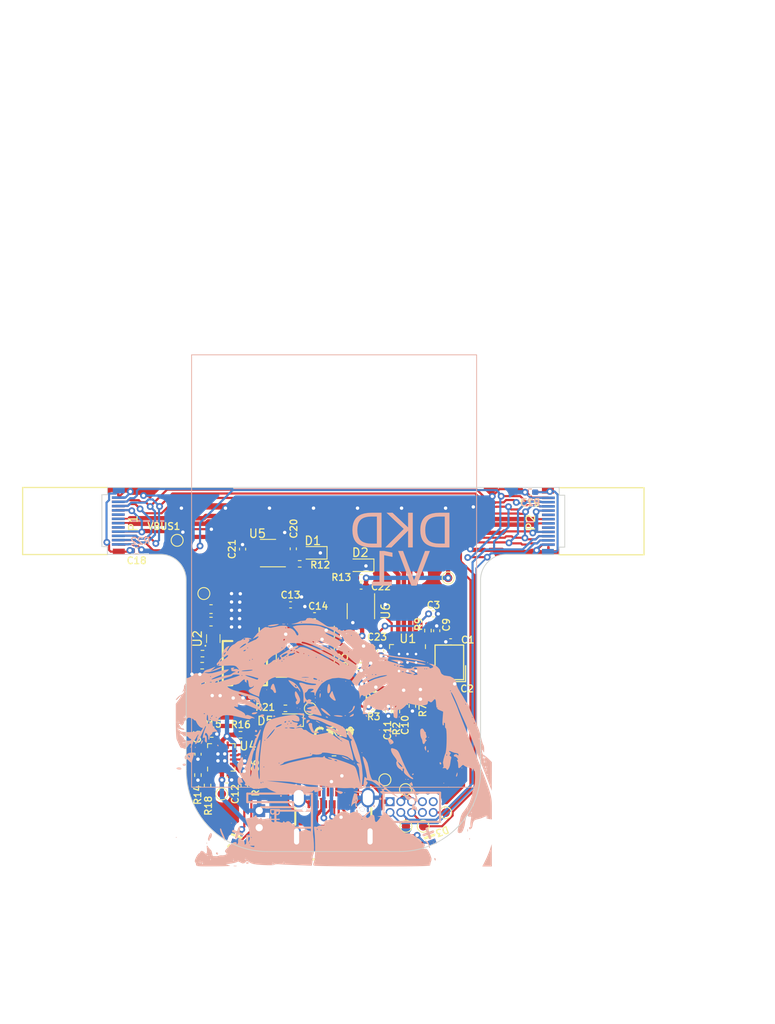
<source format=kicad_pcb>
(kicad_pcb (version 20221018) (generator pcbnew)
  (layers (0 "F.Cu" signal) (31 "B.Cu" signal) (34 "B.Paste" user) (35 "F.Paste" user) (36 "B.SilkS" user "B.Silkscreen") (37 "F.SilkS" user "F.Silkscreen") (38 "B.Mask" user) (39 "F.Mask" user) (44 "Edge.Cuts" user))
  (net 0 "")
  (net 1 "GND")
  (net 2 "Net-(U1-XTALIN{slash}CLKIN)")
  (net 3 "Net-(U1-XTALOUT{slash}(CLKIN_EN))")
  (net 4 "+3V3")
  (net 5 "Net-(U1-CRFILT)")
  (net 6 "Net-(U1-PLLFILT)")
  (net 7 "Net-(U1-VBUS_DET)")
  (net 8 "RESET")
  (net 11 "VTRef")
  (net 12 "Net-(J1-CC1)")
  (net 18 "Net-(J1-CC2)")
  (net 20 "SWDIO")
  (net 22 "/DeviceSelect/D2+")
  (net 23 "/DeviceSelect/D2-")
  (net 24 "Net-(D3-K)")
  (net 25 "nRESET")
  (net 26 "SWO")
  (net 28 "/ExtraBattery/VBAT")
  (net 29 "SWCLK")
  (net 31 "/ExtraBattery/3.7Out")
  (net 33 "/DeviceSelect/D1+")
  (net 34 "/DeviceSelect/D1-")
  (net 37 "Net-(U1-SMBDATA{slash}NON_REM1)")
  (net 38 "Net-(U1-SUSP_IND{slash}LOCAL_PWR{slash}(NON_REM0))")
  (net 43 "PWREN1")
  (net 44 "/DeviceSelect/VBUS1")
  (net 45 "PWREN2")
  (net 46 "Net-(U1-SMBCLK{slash}CFG_SEL0)")
  (net 47 "Net-(U1-RBIAS)")
  (net 49 "/DeviceSelect/VBUS2")
  (net 50 "Net-(D1-A)")
  (net 51 "Net-(D2-A)")
  (net 52 "Net-(D4-A)")
  (net 53 "Net-(U2-SW)")
  (net 54 "Net-(D3-A)")
  (net 55 "Net-(D4-K)")
  (net 56 "/ExtraBattery/FB")
  (net 57 "Net-(U4-ISET)")
  (net 58 "Net-(U4-ILIM)")
  (net 59 "Net-(U4-TS)")
  (net 61 "/DeviceSelect/Vsys")
  (net 62 "Net-(D5-A)")
  (net 63 "/DeviceSelect/D-")
  (net 66 "Net-(P1-SHIELD)")
  (net 67 "Net-(P2-SHIELD)")
  (net 68 "Net-(J1-D+-PadA6)")
  (net 69 "Net-(J1-D--PadA7)")
  (net 70 "/DeviceSelect/D+")
  (footprint "Package_TO_SOT_SMD:SOT-23-6_Handsoldering" (layer "F.Cu") (at 148.771443 73.733557 -90)
    (fp_text reference "U6")
    (fp_text value "SIP32509DT-T1-GE3")
  )
  (footprint "Package_DFN_QFN:VQFN-16-1EP_3x3mm_P0.5mm_EP1.6x1.6mm" (layer "F.Cu") (at 132.364154 90.913557 90)
    (fp_text reference "U4")
    (fp_text value "BQ24073RGT")
  )
  (footprint "TestPoint:TestPoint_Pad_D1.0mm" (layer "F.Cu") (at 127.176443 65.413557 90)
    (fp_text reference "TP3" hide)
    (fp_text value "TestPoint")
  )
  (footprint "Resistor_SMD:R_0402_1005Metric_Pad0.72x0.64mm_HandSolder" (layer "F.Cu") (at 143.918943 92.993557)
    (fp_text reference "R4")
    (fp_text value "5k1")
  )
  (footprint "Capacitor_SMD:C_0402_1005Metric_Pad0.74x0.62mm_HandSolder" (layer "F.Cu") (at 129.631231 90.546345 -90)
    (fp_text reference "C5")
    (fp_text value "1u")
  )
  (footprint "Capacitor_SMD:C_0402_1005Metric_Pad0.74x0.62mm_HandSolder" (layer "F.Cu") (at 151.096943 78.380057 -90)
    (fp_text reference "C4")
    (fp_text value "1u")
  )
  (footprint "Capacitor_SMD:C_0402_1005Metric_Pad0.74x0.62mm_HandSolder" (layer "F.Cu") (at 155.766943 83.51 90)
    (fp_text reference "C7")
    (fp_text value "100n")
  )
  (footprint "Capacitor_SMD:C_0402_1005Metric_Pad0.74x0.62mm_HandSolder" (layer "F.Cu") (at 157.2925 74.05 180)
    (fp_text reference "C3")
    (fp_text value "100n")
  )
  (footprint "easyeda2kicad:IND-SMD_L5.2-W5.2_YSPI0530" (layer "F.Cu") (at 135.136443 79.843557 90)
    (fp_text reference "L1")
    (fp_text value "4.7u")
  )
  (footprint "Capacitor_SMD:C_0402_1005Metric_Pad0.74x0.62mm_HandSolder" (layer "F.Cu") (at 159.149443 82.357557)
    (fp_text reference "C2")
    (fp_text value "18p")
  )
  (footprint "easyeda2kicad:SideStuckLED" (layer "F.Cu") (at 157.27615 101.202449 -160)
    (fp_text reference "D3")
    (fp_text value "BLUE LED")
  )
  (footprint "TestPoint:TestPoint_Pad_D1.0mm" (layer "F.Cu") (at 133.766443 83.943557 180)
    (fp_text reference "TP7" hide)
    (fp_text value "TestPoint")
  )
  (footprint "Capacitor_SMD:C_0603_1608Metric_Pad1.08x0.95mm_HandSolder" (layer "F.Cu") (at 131.158943 73.493557)
    (fp_text reference "C16" hide)
    (fp_text value "22u")
  )
  (footprint "Resistor_SMD:R_0402_1005Metric_Pad0.72x0.64mm_HandSolder" (layer "F.Cu") (at 148.798943 69.823557 180)
    (fp_text reference "R13")
    (fp_text value "220")
  )
  (footprint "TestPoint:TestPoint_Pad_D1.0mm" (layer "F.Cu") (at 154.066443 99.003557 90)
    (fp_text reference "TP13" hide)
    (fp_text value "TestPoint")
  )
  (footprint "LED_SMD:LED_0603_1608Metric_Pad1.05x0.95mm_HandSolder" (layer "F.Cu") (at 140.351443 86.543557 180)
    (fp_text reference "D5")
    (fp_text value "LED")
  )
  (footprint "Resistor_SMD:R_0402_1005Metric_Pad0.72x0.64mm_HandSolder" (layer "F.Cu") (at 152.946943 85.525057 90)
    (fp_text reference "R2")
    (fp_text value "10k")
  )
  (footprint "Capacitor_SMD:C_0603_1608Metric_Pad1.08x0.95mm_HandSolder" (layer "F.Cu") (at 131.158943 74.963557)
    (fp_text reference "C17" hide)
    (fp_text value "22u")
  )
  (footprint "Resistor_SMD:R_0402_1005Metric_Pad0.72x0.64mm_HandSolder" (layer "F.Cu") (at 131.238731 88.166345)
    (fp_text reference "R15")
    (fp_text value "1.18k")
  )
  (footprint "Capacitor_SMD:C_0402_1005Metric_Pad0.74x0.62mm_HandSolder" (layer "F.Cu") (at 168.696443 59.753557)
    (fp_text reference "C19")
    (fp_text value "100n")
  )
  (footprint "Capacitor_SMD:C_0402_1005Metric_Pad0.74x0.62mm_HandSolder" (layer "F.Cu") (at 140.826443 66.413557 -90)
    (fp_text reference "C20")
    (fp_text value "100n")
  )
  (footprint "easyeda2kicad:USB-C-SMD_TYPE-C-24P-GTJB-040" (layer "F.Cu") (at 120.286443 63.143557 -90)
    (fp_text reference "P1")
    (fp_text value "USB_C_Plug")
  )
  (footprint "Resistor_SMD:R_0402_1005Metric_Pad0.72x0.64mm_HandSolder" (layer "F.Cu") (at 139.898943 85.153557)
    (fp_text reference "R21")
    (fp_text value "2k")
  )
  (footprint "Resistor_SMD:R_0402_1005Metric_Pad0.72x0.64mm_HandSolder" (layer "F.Cu") (at 152.0275 82.88)
    (fp_text reference "R8")
    (fp_text value "100")
  )
  (footprint "Capacitor_SMD:C_0402_1005Metric_Pad0.74x0.62mm_HandSolder" (layer "F.Cu") (at 140.506443 72.993557)
    (fp_text reference "C13")
    (fp_text value "2.2u")
  )
  (footprint "Resistor_SMD:R_0402_1005Metric_Pad0.72x0.64mm_HandSolder" (layer "F.Cu") (at 141.578943 68.173557)
    (fp_text reference "R12")
    (fp_text value "220")
  )
  (footprint "Resistor_SMD:R_0402_1005Metric_Pad0.72x0.64mm_HandSolder" (layer "F.Cu") (at 130.153943 78.723557 180)
    (fp_text reference "R20" hide)
    (fp_text value "732")
  )
  (footprint "Capacitor_SMD:C_0402_1005Metric_Pad0.74x0.62mm_HandSolder" (layer "F.Cu") (at 148.798943 70.783557)
    (fp_text reference "C22")
    (fp_text value "100n")
  )
  (footprint "Capacitor_SMD:C_0402_1005Metric_Pad0.74x0.62mm_HandSolder" (layer "F.Cu") (at 135.051231 91.968845 90)
    (fp_text reference "C6")
    (fp_text value "4.7u")
  )
  (footprint "Resistor_SMD:R_0402_1005Metric_Pad0.72x0.64mm_HandSolder" (layer "F.Cu") (at 130.116443 80.143557)
    (fp_text reference "R19" hide)
    (fp_text value "100k")
  )
  (footprint "Resistor_SMD:R_0402_1005Metric_Pad0.72x0.64mm_HandSolder" (layer "F.Cu") (at 154.826943 84.875057 90)
    (fp_text reference "R7")
    (fp_text value "100")
  )
  (footprint "Package_TO_SOT_SMD:SOT-23-6_Handsoldering" (layer "F.Cu") (at 137.856443 66.913557 180)
    (fp_text reference "U5")
    (fp_text value "SIP32509DT-T1-GE3")
  )
  (footprint "TestPoint:TestPoint_Pad_D1.0mm" (layer "F.Cu") (at 130.316443 71.663557 180)
    (fp_text reference "TP6" hide)
    (fp_text value "TestPoint")
  )
  (footprint "easyeda2kicad:SOT-563_L1.6-W1.2-P0.50-LS1.6-BR" (layer "F.Cu") (at 131.426443 76.963557 -90)
    (fp_text reference "U2")
    (fp_text value "TPS61023DRLR")
  )
  (footprint "Capacitor_SMD:C_0402_1005Metric_Pad0.74x0.62mm_HandSolder" (layer "F.Cu") (at 122.416443 66.633557 180)
    (fp_text reference "C18")
    (fp_text value "100n")
  )
  (footprint "easyeda2kicad:CRYSTAL-SMD_4P-L3.2-W2.5-BL" (layer "F.Cu") (at 159.166943 79.747557 90)
    (fp_text reference "Y1" hide)
    (fp_text value "X322524MOB4SI")
  )
  (footprint "Capacitor_SMD:C_0402_1005Metric_Pad0.74x0.62mm_HandSolder" (layer "F.Cu") (at 159.316943 77.337557)
    (fp_text reference "C1")
    (fp_text value "18p")
  )
  (footprint "Resistor_SMD:R_0402_1005Metric_Pad0.72x0.64mm_HandSolder" (layer "F.Cu") (at 134.623731 88.256345 180)
    (fp_text reference "R16")
    (fp_text value "1.18k")
  )
  (footprint "TestPoint:TestPoint_Pad_D1.0mm" (layer "F.Cu") (at 151.596443 93.543557 90)
    (fp_text reference "TP11" hide)
    (fp_text value "TestPoint")
  )
  (footprint "easyeda2kicad:USB-C-SMD_TYPE-C-24P-GTJB-040" (layer "F.Cu") (at 170.778943 63.173557 90)
    (fp_text reference "P2")
    (fp_text value "USB_C_Plug")
  )
  (footprint "Package_TO_SOT_SMD:SOT-223-3_TabPin2" (layer "F.Cu") (at 142.236443 79.593557 -90)
    (fp_text reference "U3")
    (fp_text value "AMS1117-3.3")
  )
  (footprint "Capacitor_SMD:C_0402_1005Metric_Pad0.74x0.62mm_HandSolder" (layer "F.Cu") (at 131.646443 81.941057 -90)
    (fp_text reference "C15")
    (fp_text value "10u")
  )
  (footprint "Resistor_SMD:R_0402_1005Metric_Pad0.72x0.64mm_HandSolder" (layer "F.Cu") (at 156.65 76.0175 -90)
    (fp_text reference "R9")
    (fp_text value "12k")
  )
  (footprint "TestPoint:TestPoint_Pad_D1.0mm" (layer "F.Cu") (at 159.026443 69.833557 90)
    (fp_text reference "TP4" hide)
    (fp_text value "TestPoint")
  )
  (footprint "TestPoint:TestPoint_Pad_D1.0mm" (layer "F.Cu") (at 156.096443 99.003557 90)
    (fp_text reference "TP14" hide)
    (fp_text value "TestPoint")
  )
  (footprint "TestPoint:TestPoint_Pad_D1.0mm" (layer "F.Cu") (at 158.726443 97.413557 90)
    (fp_text reference "TP16" hide)
    (fp_text value "TestPoint")
  )
  (footprint "Capacitor_SMD:C_0402_1005Metric_Pad0.74x0.62mm_HandSolder" (layer "F.Cu") (at 153.886943 84.580057 90)
    (fp_text reference "C10")
    (fp_text value "100n")
  )
  (footprint "Resistor_SMD:R_0805_2012Metric_Pad1.20x1.40mm_HandSolder" (layer "F.Cu") (at 145.616443 91.473557 180)
    (fp_text reference "R11")
    (fp_text value "0R")
  )
  (footprint "TestPoint:TestPoint_Pad_D1.0mm" (layer "F.Cu") (at 142.826443 85.173557 180)
    (fp_text reference "TP10" hide)
    (fp_text value "TestPoint")
  )
  (footprint "Package_DFN_QFN:HVQFN-24-1EP_4x4mm_P0.5mm_EP2.5x2.5mm_ThermalVias" (layer "F.Cu") (at 154.25 79.7725 -90)
    (fp_text reference "U1")
    (fp_text value "USB2422T-I/MJ")
  )
  (footprint "Capacitor_SMD:C_0402_1005Metric_Pad0.74x0.62mm_HandSolder" (layer "F.Cu") (at 152.006943 85.495057 90)
    (fp_text reference "C11")
    (fp_text value "1u")
  )
  (footprint "Resistor_SMD:R_0402_1005Metric_Pad0.72x0.64mm_HandSolder" (layer "F.Cu") (at 152.039443 83.827557 180)
    (fp_text reference "R1")
    (fp_text value "10k")
  )
  (footprint "Capacitor_SMD:C_0402_1005Metric_Pad0.74x0.62mm_HandSolder" (layer "F.Cu") (at 150.489443 79.957557)
    (fp_text reference "C8")
    (fp_text value "1u")
  )
  (footprint "Capacitor_SMD:C_0402_1005Metric_Pad0.74x0.62mm_HandSolder" (layer "F.Cu") (at 134.866443 66.4475 -90)
    (fp_text reference "C21")
    (fp_text value "4.7u")
  )
  (footprint "TestPoint:TestPoint_Pad_D1.0mm" (layer "F.Cu") (at 132.421231 95.206345 180)
    (fp_text reference "TP8" hide)
    (fp_text value "TestPoint")
  )
  (footprint "Resistor_SMD:R_0805_2012Metric_Pad1.20x1.40mm_HandSolder" (layer "F.Cu") (at 146.586443 89.553557 180)
    (fp_text reference "R10")
    (fp_text value "0R")
  )
  (footprint "TestPoint:TestPoint_Pad_D1.0mm" (layer "F.Cu") (at 152.046443 99.003557 90)
    (fp_text reference "TP12" hide)
    (fp_text value "TestPoint")
  )
  (footprint "TestPoint:TestPoint_Pad_D1.0mm" (layer "F.Cu") (at 154.016443 94.703557 90)
    (fp_text reference "TP17" hide)
    (fp_text value "TestPoint")
  )
  (footprint "Resistor_SMD:R_0402_1005Metric_Pad0.72x0.64mm_HandSolder" (layer "F.Cu") (at 150.5075 81.8)
    (fp_text reference "R6" hide)
    (fp_text value "100")
  )
  (footprint "Resistor_SMD:R_0402_1005Metric_Pad0.72x0.64mm_HandSolder" (layer "F.Cu") (at 130.751231 94.226345 90)
    (fp_text reference "R18")
    (fp_text value "10k")
  )
  (footprint "LED_SMD:LED_0603_1608Metric_Pad1.05x0.95mm_HandSolder" (layer "F.Cu") (at 148.641443 68.343557 180)
    (fp_text reference "D2")
    (fp_text value "BLUE LED")
  )
  (footprint "Resistor_SMD:R_0402_1005Metric_Pad0.72x0.64mm_HandSolder" (layer "F.Cu") (at 129.621231 92.993845 -90)
    (fp_text reference "R14")
    (fp_text value "1.78k")
  )
  (footprint "Resistor_SMD:R_0402_1005Metric_Pad0.72x0.64mm_HandSolder" (layer "F.Cu") (at 135.071231 94.233845 90)
    (fp_text reference "R17")
    (fp_text value "1.18k")
  )
  (footprint "Capacitor_SMD:C_0402_1005Metric_Pad0.74x0.62mm_HandSolder" (layer "F.Cu") (at 133.008731 93.566345)
    (fp_text reference "C12")
    (fp_text value "4.7u")
  )
  (footprint "Capacitor_SMD:C_0402_1005Metric_Pad0.74x0.62mm_HandSolder" (layer "F.Cu") (at 157.68 76.0375 -90)
    (fp_text reference "C9")
    (fp_text value "100n")
  )
  (footprint "easyeda2kicad:OTS3" (layer "F.Cu") (at 145.59 88.288337)
    (fp_text reference "G***")
    (fp_text value "LOGO" hide)
  )
  (footprint "easyeda2kicad:TYPE-C-SMD_C9900025773" (layer "F.Cu") (at 145.531443 97.611057)
    (fp_text reference "J1")
    (fp_text value "USB_C_Receptacle")
  )
  (footprint "Resistor_SMD:R_0402_1005Metric_Pad0.72x0.64mm_HandSolder" (layer "F.Cu") (at 150.279443 84.957557 180)
    (fp_text reference "R3")
    (fp_text value "10k")
  )
  (footprint "easyeda2kicad:SideStuckLED" (layer "F.Cu") (at 133.876736 101.192449 160)
    (fp_text reference "D4")
    (fp_text value "BLUE RED")
  )
  (footprint "Capacitor_SMD:C_0402_1005Metric_Pad0.74x0.62mm_HandSolder" (layer "F.Cu") (at 143.326443 74.273557)
    (fp_text reference "C14")
    (fp_text value "2.2u")
  )
  (footprint "Capacitor_SMD:C_0402_1005Metric_Pad0.74x0.62mm_HandSolder" (layer "F.Cu") (at 148.348943 76.693557)
    (fp_text reference "C23")
    (fp_text value "4.7u")
  )
  (footprint "LED_SMD:LED_0603_1608Metric_Pad1.05x0.95mm_HandSolder" (layer "F.Cu") (at 143.131443 66.883557 180)
    (fp_text reference "D1")
    (fp_text value "BLUE LED")
  )
  (footprint "easyeda2kicad:CONN-TH_S2B-PH-K-S-LF-SN" (layer "B.Cu") (at 145.62 97.07)
    (fp_text reference "BT2")
    (fp_text value "Battery")
  )
  (footprint "easyeda2kicad:HDR-TH_10P-P1.27-V-M-R2-C5-S1.27-1" (layer "B.Cu") (at 154.733943 96.758557)
    (fp_text reference "J4")
    (fp_text value "Conn_01x10_Socket")
  )
  (footprint "Resistor_SMD:R_0402_1005Metric_Pad0.72x0.64mm_HandSolder" (layer "B.Cu") (at 168.658943 59.763557 180)
    (fp_text reference "R23")
    (fp_text value "1k")
  )
  (footprint "Resistor_SMD:R_0402_1005Metric_Pad0.72x0.64mm_HandSolder" (layer "B.Cu") (at 122.416443 66.633557)
    (fp_text reference "R22")
    (fp_text value "1k")
  )
  (footprint "Resistor_SMD:R_0402_1005Metric_Pad0.72x0.64mm_HandSolder" (layer "B.Cu") (at 147.176443 97.883557 180)
    (fp_text reference "R5" hide)
    (fp_text value "5k1")
  )
  (gr_line locked (start 172.081443 60.113557) (end 172.081443 59.203557) (stroke (width 0.1)) (layer "Edge.Cuts"))
  (gr_line locked (start 118.331443 66.153557) (end 118.981443 66.153557) (stroke (width 0.1)) (layer "Edge.Cuts"))
  (gr_line locked (start 172.731443 66.213557) (end 172.731443 60.113557) (stroke (width 0.1)) (layer "Edge.Cuts"))
  (gr_line locked (start 162.836443 59.203557) (end 172.081443 59.203557) (stroke (width 0.1)) (layer "Edge.Cuts"))
  (gr_line locked (start 118.981443 66.153557) (end 118.981443 67.063557) (stroke (width 0.1)) (layer "Edge.Cuts"))
  (gr_arc locked (start 125.229302 67.063557) (mid 127.349624 67.941223) (end 128.229301 70.060696) (stroke (width 0.1)) (layer "Edge.Cuts"))
  (gr_line locked (start 162.836443 70.063557) (end 162.836443 92.473557) (stroke (width 0.1)) (layer "Edge.Cuts"))
  (gr_line locked (start 172.081443 66.213557) (end 172.731443 66.213557) (stroke (width 0.1)) (layer "Edge.Cuts"))
  (gr_arc locked (start 162.836443 92.473557) (mid 160.053957 99.191071) (end 153.336443 101.973557) (stroke (width 0.1)) (layer "Edge.Cuts"))
  (gr_line locked (start 118.331443 60.053557) (end 118.331443 66.153557) (stroke (width 0.1)) (layer "Edge.Cuts"))
  (gr_arc locked (start 137.750677 101.973557) (mid 131.0352 99.193112) (end 128.250678 92.479325) (stroke (width 0.1)) (layer "Edge.Cuts"))
  (gr_line locked (start 128.226443 59.203557) (end 118.981443 59.203557) (stroke (width 0.1)) (layer "Edge.Cuts"))
  (gr_line locked (start 165.836443 67.063557) (end 172.081443 67.063557) (stroke (width 0.1)) (layer "Edge.Cuts"))
  (gr_line locked (start 125.229302 67.063557) (end 118.981443 67.063557) (stroke (width 0.1)) (layer "Edge.Cuts"))
  (gr_line locked (start 128.250678 92.479325) (end 128.229301 70.060696) (stroke (width 0.1)) (layer "Edge.Cuts"))
  (gr_line locked (start 172.731443 60.113557) (end 172.081443 60.113557) (stroke (width 0.1)) (layer "Edge.Cuts"))
  (gr_line locked (start 162.836443 59.203557) (end 128.226443 59.203557) (stroke (width 0.1)) (layer "Edge.Cuts"))
  (gr_line locked (start 118.981443 59.203557) (end 118.981443 60.053557) (stroke (width 0.1)) (layer "Edge.Cuts"))
  (gr_line locked (start 153.336443 101.973557) (end 137.750677 101.973557) (stroke (width 0.1)) (layer "Edge.Cuts"))
  (gr_line locked (start 172.081443 67.063557) (end 172.081443 66.213557) (stroke (width 0.1)) (layer "Edge.Cuts"))
  (gr_arc locked (start 162.836443 70.063557) (mid 163.715123 67.942237) (end 165.836443 67.063557) (stroke (width 0.1)) (layer "Edge.Cuts"))
  (gr_line locked (start 118.981443 60.053557) (end 118.331443 60.053557) (stroke (width 0.1)) (layer "Edge.Cuts"))
  (gr_text "V1" (at 156.93 71.42) (layer "B.SilkS") (effects (font (size 4 4)) (justify left bottom mirror)))
  (gr_text "DKD" (at 159.73 66.93) (layer "B.SilkS") (effects (font (size 4 4)) (justify left bottom mirror)))
  (gr_text "VBUS1\n" (at 123.6 64.24) (layer "F.SilkS") (effects (font (size 0.8 0.8) (thickness 0.15) bold) (justify left bottom)))
  (segment (start 121.67208 59.687274) (end 122.754354 59.687274) (width 0.25) (layer "F.Cu") (net 1))
  (segment (start 160.016943 82.057557) (end 159.796943 82.277557) (width 0.25) (layer "F.Cu") (net 1))
  (segment (start 131.926443 76.213557) (end 132.946443 76.213557) (width 0.25) (layer "F.Cu") (net 1))
  (segment (start 133.039154 91.583435) (end 132.771231 91.315512) (width 0.2) (layer "F.Cu") (net 1))
  (segment (start 152.946943 86.087557) (end 153.886943 85.147557) (width 0.25) (layer "F.Cu") (net 1))
  (segment (start 133.114154 92.351057) (end 133.039154 92.276057) (width 0.2) (layer "F.Cu") (net 1))
  (segment (start 129.621231 93.591345) (end 129.621231 93.591367) (width 0.25) (layer "F.Cu") (net 1))
  (segment (start 134.951239 91.163557) (end 135.120117 91.332435) (width 0.25) (layer "F.Cu") (net 1))
  (segment (start 158.726443 61.278557) (end 161.773733 61.278557) (width 0.25) (layer "F.Cu") (net 1))
  (segment (start 148.411443 94.991057) (end 148.961443 94.991057) (width 0.25) (layer "F.Cu") (net 1))
  (segment (start 157.68 75.47) (end 156.7 75.47) (width 0.25) (layer "F.Cu") (net 1))
  (segment (start 133.064019 90.213557) (end 132.771231 90.506345) (width 0.2) (layer "F.Cu") (net 1))
  (segment (start 133.801654 91.163557) (end 134.951239 91.163557) (width 0.25) (layer "F.Cu") (net 1))
  (segment (start 160.016943 80.847557) (end 160.016943 82.057557) (width 0.25) (layer "F.Cu") (net 1))
  (segment (start 130.751231 94.721367) (end 129.621231 93.591367) (width 0.25) (layer "F.Cu") (net 1))
  (segment (start 165.05737 59.402244) (end 164.21467 60.244944) (width 0.25) (layer "F.Cu") (net 1))
  (segment (start 149.446443 68.343557) (end 149.366443 68.423557) (width 0.25) (layer "F.Cu") (net 1))
  (segment (start 122.376132 66.110128) (end 122.264561 65.998557) (width 0.25) (layer "F.Cu") (net 1))
  (segment (start 133.114154 92.351057) (end 133.114154 93.104296) (width 0.25) (layer "F.Cu") (net 1))
  (segment (start 130.926654 90.663557) (end 130.898866 90.691345) (width 0.25) (layer "F.Cu") (net 1))
  (segment (start 168.061443 59.763557) (end 167.70013 59.402244) (width 0.25) (layer "F.Cu") (net 1))
  (segment (start 149.91 82.05) (end 150.53 82.67) (width 0.25) (layer "F.Cu") (net 1))
  (segment (start 161.773733 61.278557) (end 161.984572 61.489396) (width 0.25) (layer "F.Cu") (net 1))
  (segment (start 122.048738 65.998557) (end 121.92 65.869819) (width 0.25) (layer "F.Cu") (net 1))
  (segment (start 152.946943 86.122557) (end 152.946943 86.087557) (width 0.25) (layer "F.Cu") (net 1))
  (segment (start 142.101443 94.991057) (end 141.471443 95.621057) (width 0.25) (layer "F.Cu") (net 1))
  (segment (start 131.926443 76.213557) (end 131.926443 75.058557) (width 0.25) (layer "F.Cu") (net 1))
  (segment (start 132.946443 76.213557) (end 133.566443 75.593557) (width 0.25) (layer "F.Cu") (net 1))
  (segment (start 121.03 65.93) (end 120.292886 65.93) (width 0.25) (layer "F.Cu") (net 1))
  (segment (start 149.91 81.8) (end 149.91 82.05) (width 0.25) (layer "F.Cu") (net 1))
  (segment (start 147.781443 75.123557) (end 147.821443 75.083557) (width 0.5) (layer "F.Cu") (net 1))
  (segment (start 161.858043 66.66) (end 161.629021 66.430978) (width 0.25) (layer "F.Cu") (net 1))
  (segment (start 155.613712 83.845057) (end 155.766943 83.998288) (width 0.25) (layer "F.Cu") (net 1))
  (segment (start 168.848325 60.388557) (end 170.773943 60.388557) (width 0.25) (layer "F.Cu") (net 1))
  (segment (start 169.354705 66.66) (end 161.858043 66.66) (width 0.25) (layer "F.Cu") (net 1))
  (segment (start 133.32854 90.213557) (end 133.064019 90.213557) (width 0.2) (layer "F.Cu") (net 1))
  (segment (start 142.911443 93.403557) (end 142.911443 94.991057) (width 0.25) (layer "F.Cu") (net 1))
  (segment (start 153.463943 95.676057) (end 154.076443 95.063557) (width 0.25) (layer "F.Cu") (net 1))
  (segment (start 156.7 75.47) (end 156.65 75.42) (width 0.25) (layer "F.Cu") (net 1))
  (segment (start 154.076443 95.093557) (end 154.076443 94.653557) (width 0.25) (layer "F.Cu") (net 1))
  (segment (start 134.862077 65.915276) (end 134.930358 65.983557) (width 0.5) (layer "F.Cu") (net 1))
  (segment (start 149.516443 67.816443) (end 148.36 66.66) (width 0.25) (layer "F.Cu") (net 1))
  (segment (start 148.961443 94.991057) (end 149.591443 95.621057) (width 0.25) (layer "F.Cu") (net 1))
  (segment (start 132.923186 91.163557) (end 132.771231 91.315512) (width 0.25) (layer "F.Cu") (net 1))
  (segment (start 149.516443 68.343557) (end 149.446443 68.343557) (width 0.25) (layer "F.Cu") (net 1))
  (segment (start 139.426443 64.103557) (end 128.196443 64.103557) (width 0.25) (layer "F.Cu") (net 1))
  (segment (start 121.090181 65.869819) (end 121.03 65.93) (width 0.25) (layer "F.Cu") (net 1))
  (segment (start 149.921931 79.957569) (end 149.921931 79.845) (width 0.25) (layer "F.Cu") (net 1))
  (segment (start 151.096943 77.812557) (end 151.096935 77.812549) (width 0.25) (layer "F.Cu") (net 1))
  (segment (start 170.808943 65.923557) (end 170.091148 65.923557) (width 0.25) (layer "F.Cu") (net 1))
  (segment (start 120.962726 59.687274) (end 121.67208 59.687274) (width 0.25) (layer "F.Cu") (net 1))
  (segment (start 120.256443 60.393557) (end 120.962726 59.687274) (width 0.25) (layer "F.Cu") (net 1))
  (segment (start 121.92 65.869819) (end 121.090181 65.869819) (width 0.25) (layer "F.Cu") (net 1))
  (segment (start 130.751231 94.823845) (end 130.751231 94.721367) (width 0.25) (layer "F.Cu") (net 1))
  (segment (start 169.427592 66.587113) (end 169.354705 66.66) (width 0.25) (layer "F.Cu") (net 1))
  (segment (start 128.196443 64.103557) (end 127.846443 64.453557) (width 0.25) (layer "F.Cu") (net 1))
  (segment (start 133.039154 92.276057) (end 133.039154 91.583435) (width 0.2) (layer "F.Cu") (net 1))
  (segment (start 148.161443 96.391057) (end 148.931443 95.621057) (width 0.25) (layer "F.Cu") (net 1))
  (segment (start 130.898866 90.691345) (end 130.053731 90.691345) (width 0.25) (layer "F.Cu") (net 1))
  (segment (start 135.051231 91.401345) (end 135.051231 91.401321) (width 0.25) (layer "F.Cu") (net 1))
  (segment (start 142.651443 96.391057) (end 141.881443 95.621057) (width 0.25) (layer "F.Cu") (net 1))
  (segment (start 134.930358 65.983557) (end 136.486443 65.983557) (width 0.5) (layer "F.Cu") (net 1))
  (segment (start 154.733943 96.118557) (end 154.733943 95.751057) (width 0.25) (layer "F.Cu") (net 1))
  (segment (start 139.816443 64.493557) (end 139.426443 64.103557) (width 0.25) (layer "F.Cu") (net 1))
  (segment (start 122.981443 66.513557) (end 122.578014 66.110128) (width 0.25) (layer "F.Cu") (net 1))
  (segment (start 132.114154 90.663557) (end 132.364154 90.913557) (width 0.25) (layer "F.Cu") (net 1))
  (segment (start 151.43 82.88) (end 150.74 82.88) (width 0.25) (layer "F.Cu") (net 1))
  (segment (start 158.749443 77.337557) (end 158.749443 78.215057) (width 0.25) (layer "F.Cu") (net 1))
  (segment (start 131.926443 75.058557) (end 132.021443 74.963557) (width 0.25) (layer "F.Cu") (net 1))
  (segment (start 122.578014 66.110128) (end 122.376132 66.110128) (width 0.25) (layer "F.Cu") (net 1))
  (segment (start 147.821452 75.083548) (end 147.821461 75.083548) (width 0.25) (layer "F.Cu") (net 1))
  (segment (start 154.826943 85.472557) (end 154.211943 85.472557) (width 0.25) (layer "F.Cu") (net 1))
  (segment (start 152.066943 86.122557) (end 152.006943 86.062557) (width 0.25) (layer "F.Cu") (net 1))
  (segment (start 144.006443 66.883557) (end 144.006443 66.893557) (width 0.25) (layer "F.Cu") (net 1))
  (segment (start 133.801654 90.163557) (end 133.37854 90.163557) (width 0.2) (layer "F.Cu") (net 1))
  (segment (start 154.076443 95.063557) (end 154.076443 94.653557) (width 0.25) (layer "F.Cu") (net 1))
  (segment (start 168.128943 59.753557) (end 168.213325 59.753557) (width 0.25) (layer "F.Cu") (net 1))
  (segment (start 167.70013 59.402244) (end 165.05737 59.402244) (width 0.25) (layer "F.Cu") (net 1))
  (segment (start 149.516443 68.343557) (end 149.516443 67.816443) (width 0.25) (layer "F.Cu") (net 1))
  (segment (start 135.051231 91.401321) (end 135.120117 91.332435) (width 0.25) (layer "F.Cu") (net 1))
  (segment (start 143.321443 92.993557) (end 142.911443 93.403557) (width 0.25) (layer "F.Cu") (net 1))
  (segment (start 150.74 82.88) (end 150.53 82.67) (width 0.25) (layer "F.Cu") (net 1))
  (segment (start 131.836231 88.166345) (end 131.836241 88.166355) (width 0.25) (layer "F.Cu") (net 1))
  (segment (start 149.886712 79.992788) (end 149.921931 79.957569) (width 0.25) (layer "F.Cu") (net 1))
  (segment (start 141.881443 95.621057) (end 141.471443 95.621057) (width 0.25) (layer "F.Cu") (net 1))
  (segment (start 154.733943 95.751057) (end 154.076443 95.093557) (width 0.25) (layer "F.Cu") (net 1))
  (segment (start 143.893943 75.801057) (end 144.536443 76.443557) (width 0.8) (layer "F.Cu") (net 1))
  (segment (start 154.211943 85.472557) (end 153.886943 85.147557) (width 0.25) (layer "F.Cu") (net 1))
  (segment (start 153.463943 96.118557) (end 153.463943 95.676057) (width 0.25) (layer "F.Cu") (net 1))
  (segment (start 122.264561 65.998557) (end 122.048738 65.998557) (width 0.25) (layer "F.Cu") (net 1))
  (segment (start 143.893943 74.273557) (end 143.893943 75.801057) (width 0.8) (layer "F.Cu") (net 1))
  (segment (start 129.631231 91.113845) (end 129.621231 91.123845) (width 0.25) (layer "F.Cu") (net 1))
  (segment (start 133.37854 90.163557) (end 133.32854 90.213557) (width 0.2) (layer "F.Cu") (net 1))
  (segment (start 136.486443 65.983557) (end 136.506443 65.963557) (width 0.5) (layer "F.Cu") (net 1))
  (segment (start 148.931443 95.621057) (end 149.591443 95.621057) (width 0.25) (layer "F.Cu") (net 1))
  (segment (start 148.161443 96.391057) (end 148.411443 96.141057) (width 0.25) (layer "F.Cu") (net 1))
  (segment (start 155.766943 83.998288) (end 155.766943 84.077476) (width 0.25) (layer "F.Cu") (net 1))
  (segment (start 147.821443 75.083557) (end 147.821452 75.083548) (width 0.25) (layer "F.Cu") (net 1))
  (segment (start 152.946943 86.122557) (end 152.066943 86.122557) (width 0.25) (layer "F.Cu") (net 1))
  (segment (start 147.781443 76.693557) (end 147.781443 75.123557) (width 0.5) (layer "F.Cu") (net 1))
  (segment (start 158.749443 78.215057) (end 158.316943 78.647557) (width 0.25) (layer "F.Cu") (net 1))
  (segment (start 159.716943 82.357557) (end 159.796943 82.277557) (width 0.25) (layer "F.Cu") (net 1))
  (segment (start 130.053731 90.691345) (end 129.631231 91.113845) (width 0.25) (layer "F.Cu") (net 1))
  (segment (start 170.091148 65.923557) (end 169.427592 66.587113) (width 0.25) (layer "F.Cu") (net 1))
  (segment (start 133.114154 93.104296) (end 133.576203 93.566345) (width 0.25) (layer "F.Cu") (net 1))
  (segment (start 168.213325 59.753557) (end 168.848325 60.388557) (width 0.25) (layer "F.Cu") (net 1))
  (segment (start 142.911443 94.991057) (end 142.101443 94.991057) (width 0.25) (layer "F.Cu") (net 1))
  (segment (start 120.292886 65.93) (end 120.256443 65.893557) (width 0.25) (layer "F.Cu") (net 1))
  (segment (start 122.754354 59.687274) (end 123.22208 60.155) (width 0.25) (layer "F.Cu") (net 1))
  (via (at 121.67208 59.687274) (size 0.8) (drill 0.4) (layers "F.Cu" "B.Cu") (net 1))
  (via (at 154.826943 85.472557) (size 0.8) (drill 0.4) (layers "F.Cu" "B.Cu") (net 1))
  (via (at 133.576203 93.566345) (size 0.8) (drill 0.4) (layers "F.Cu" "B.Cu") (net 1))
  (via (at 133.566443 71.673557) (size 0.8) (drill 0.4) (layers "F.Cu" "B.Cu") (net 1))
  (via (at 131.971764 90.51414) (size 0.8) (drill 0.4) (layers "F.Cu" "B.Cu") (net 1))
  (via (at 134.516443 74.613557) (size 0.8) (drill 0.4) (layers "F.Cu" "B.Cu") (net 1))
  (via (at 129.621231 93.591367) (size 0.8) (drill 0.4) (layers "F.Cu" "B.Cu") (net 1))
  (via (at 153.551443 61.633557) (size 0.8) (drill 0.4) (layers "F.Cu" "B.Cu") (net 1))
  (via (at 133.566443 72.653557) (size 0.8) (drill 0.4) (layers "F.Cu" "B.Cu") (net 1))
  (via (at 157.68 75.47) (size 0.8) (drill 0.4) (layers "F.Cu" "B.Cu") (net 1))
  (via (at 127.846443 64.453557) (size 0.8) (drill 0.4) (layers "F.Cu" "B.Cu") (net 1))
  (via (at 159.796943 82.277557) (size 0.8) (drill 0.4) (layers "F.Cu" "B.Cu") (net 1))
  (via (at 149.366443 68.423557) (size 0.8) (drill 0.4) (layers "F.Cu" "B.Cu") (net 1))
  (via (at 133.566443 74.613557) (size 0.8) (drill 0.4) (layers "F.Cu" "B.Cu") (net 1))
  (via (at 139.816443 64.493557) (size 0.8) (drill 0.4) (layers "F.Cu" "B.Cu") (net 1))
  (via (at 132.771231 91.315512) (size 0.8) (drill 0.4) (layers "F.Cu" "B.Cu") (net 1))
  (via (at 169.427592 66.587113) (size 0.8) (drill 0.4) (layers "F.Cu" "B.Cu") (net 1))
  (via (at 134.516443 73.633557) (size 0.8) (drill 0.4) (layers "F.Cu" "B.Cu") (net 1))
  (via (at 132.851443 61.633557) (size 0.8) (drill 0.4) (layers "F.Cu" "B.Cu") (net 1))
  (via (at 129.846443 81.153557) (size 0.8) (drill 0.4) (layers "F.Cu" "B.Cu") (net 1))
  (via (at 155.766943 84.077476) (size 0.8) (drill 0.4) (layers "F.Cu" "B.Cu") (net 1))
  (via (at 134.862077 65.915276) (size 0.8) (drill 0.4) (layers "F.Cu" "B.Cu") (net 1))
  (via (at 161.984572 61.489396) (size 0.8) (drill 0.4) (layers "F.Cu" "B.Cu") (net 1))
  (via (at 158.749443 77.337557) (size 0.8) (drill 0.4) (layers "F.Cu" "B.Cu") (net 1))
  (via (at 143.201443 61.633557) (size 0.8) (drill 0.4) (layers "F.Cu" "B.Cu") (net 1))
  (via (at 133.566443 75.593557) (size 0.8) (drill 0.4) (layers "F.Cu" "B.Cu") (net 1))
  (via (at 158.726443 61.633557) (size 0.8) (drill 0.4) (layers "F.Cu" "B.Cu") (net 1))
  (via (at 131.196443 64.113557) (size 0.8) (drill 0.4) (layers "F.Cu" "B.Cu") (net 1))
  (via (at 132.226443 83.663557) (size 0.8) (drill 0.4) (layers "F.Cu" "B.Cu") (net 1))
  (via (at 148.376443 61.633557) (size 0.8) (drill 0.4) (layers "F.Cu" "B.Cu") (net 1))
  (via (at 151.096935 77.812549) (size 0.8) (drill 0.4) (layers "F.Cu" "B.Cu") (net 1))
  (via (at 138.026443 61.633557) (size 0.8) (drill 0.4) (layers "F.Cu" "B.Cu") (net 1))
  (via (at 134.536443 72.673557) (size 0.8) (drill 0.4) (layers "F.Cu" "B.Cu") (net 1))
  (via (at 134.596443 71.693557) (size 0.8) (drill 0.4) (layers "F.Cu" "B.Cu") (net 1))
  (via (at 132.771231 90.506345) (size 0.8) (drill 0.4) (layers "F.Cu" "B.Cu") (net 1))
  (via (at 150.53 82.67) (size 0.8) (drill 0.4) (layers "F.Cu" "B.Cu") (net 1))
  (via (at 144.206443 77.043557) (size 0.8) (drill 0.4) (layers "F.Cu" "B.Cu") (net 1))
  (via (at 134.516443 75.593557) (size 0.8) (drill 0.4) (layers "F.Cu" "B.Cu") (net 1))
  (via (at 131.971764 91.315512) (size 0.8) (drill 0.4) (layers "F.Cu" "B.Cu") (net 1))
  (via (at 129.621231 91.123845) (size 0.8) (drill 0.4) (layers "F.Cu" "B.Cu") (net 1))
  (via (at 128.916443 81.143557) (size 0.8) (drill 0.4) (layers "F.Cu" "B.Cu") (net 1))
  (via (at 122.981443 66.513557) (size 0.8) (drill 0.4) (layers "F.Cu" "B.Cu") (net 1))
  (via (at 144.693435 75.976565) (size 0.8) (drill 0.4) (layers "F.Cu" "B.Cu") (net 1))
  (via (at 141.796443 72.063557) (size 0.8) (drill 0.4) (layers "F.Cu" "B.Cu") (net 1))
  (via (at 127.676443 61.633557) (size 0.8) (drill 0.4) (layers "F.Cu" "B.Cu") (net 1))
  (via (at 123.22208 60.155) (size 0.8) (drill 0.4) (layers "F.Cu" "B.Cu") (net 1))
  (via (at 164.21467 60.244944) (size 0.8) (drill 0.4) (layers "F.Cu" "B.Cu") (net 1))
  (via (at 168.061443 59.763557) (size 0.8) (drill 0.4) (layers "F.Cu" "B.Cu") (net 1))
  (via (at 133.566443 73.633557) (size 0.8) (drill 0.4) (layers "F.Cu" "B.Cu") (net 1))
  (via (at 147.821461 75.083548) (size 0.8) (drill 0.4) (layers "F.Cu" "B.Cu") (net 1))
  (via (at 142.186443 73.193557) (size 0.8) (drill 0.4) (layers "F.Cu" "B.Cu") (net 1))
  (via (at 152.006943 86.062557) (size 0.8) (drill 0.4) (layers "F.Cu" "B.Cu") (net 1))
  (via (at 131.296443 83.653557) (size 0.8) (drill 0.4) (layers "F.Cu" "B.Cu") (net 1))
  (via (at 131.836241 88.166355) (size 0.8) (drill 0.4) (layers "F.Cu" "B.Cu") (net 1))
  (via (at 161.629021 66.430978) (size 0.8) (drill 0.4) (layers "F.Cu" "B.Cu") (net 1))
  (via (at 157.86 74.049998) (size 0.8) (drill 0.4) (layers "F.Cu" "B.Cu") (net 1))
  (via (at 144.006443 66.893557) (size 0.8) (drill 0.4) (layers "F.Cu" "B.Cu") (net 1))
  (via (at 149.921931 79.845) (size 0.8) (drill 0.4) (layers "F.Cu" "B.Cu") (net 1))
  (via (at 151.636443 72.953557) (size 0.8) (drill 0.4) (layers "F.Cu" "B.Cu") (net 1))
  (via (at 135.120117 91.332435) (size 0.8) (drill 0.4) (layers "F.Cu" "B.Cu") (net 1))
  (segment (start 122.426263 66.110128) (end 122.829692 66.513557) (width 0.25) (layer "B.Cu") (net 1))
  (segment (start 123.013943 66.633557) (end 123.193943 66.813557) (width 0.25) (layer "B.Cu") (net 1))
  (segment (start 170.808943 60.423557) (end 168.721443 60.423557) (width 0.25) (layer "B.Cu") (net 1))
  (segment (start 149.241443 95.621057) (end 149.591443 95.621057) (width 0.25) (layer "B.Cu") (net 1))
  (segment (start 149.591443 97.230296) (end 149.591443 95.621057) (width 0.25) (layer "B.Cu") (net 1))
  (segment (start 121.67208 59.81792) (end 121.67208 59.687274) (width 0.25) (layer "B.Cu") (net 1))
  (segment (start 121.67208 59.796524) (end 121.67208 59.687274) (width 0.25) (layer "B.Cu") (net 1))
  (segment (start 121.075047 60.393557) (end 120.256443 60.393557) (width 0.25) (layer "B.Cu") (net 1))
  (segment (start 170.808943 65.923557) (end 169.962245 65.923557) (width 0.25) (layer "B.Cu") (net 1))
  (segment (start 120.256443 60.393557) (end 121.096443 60.393557) (width 0.25) (layer "B.Cu") (net 1))
  (segment (start 147.773943 97.883557) (end 147.773943 97.088557) (width 0.25) (layer "B.Cu") (net 1))
  (segment (start 121.096443 60.393557) (end 121.67208 59.81792) (width 0.25) (layer "B.Cu") (net 1))
  (segment (start 169.962245 65.923557) (end 169.664838 66.220964) (width 0.25) (layer "B.Cu") (net 1))
  (segment (start 122.083496 65.863557) (end 122.208496 65.988557) (width 0.25) (layer "B.Cu") (net 1))
  (segment (start 122.829692 66.513557) (end 122.981443 66.513557) (width 0.25) (layer "B.Cu") (net 1))
  (segment (start 125.507886 60.155) (end 123.22208 60.155) (width 0.25) (layer "B.Cu") (net 1))
  (segment (start 123.193943 66.813557) (end 125.926443 66.813557) (width 0.25) (layer "B.Cu") (net 1))
  (segment (start 121.441138 65.893557) (end 121.471138 65.863557) (width 0.25) (layer "B.Cu") (net 1))
  (segment (start 168.721443 60.423557) (end 168.061443 59.763557) (width 0.25) (layer "B.Cu") (net 1))
  (segment (start 169.601536 66.220964) (end 169.427592 66.394908) (width 0.25) (layer "B.Cu") (net 1))
  (segment (start 122.221771 65.988557) (end 122.343342 66.110128) (width 0.25) (layer "B.Cu") (net 1))
  (segment (start 121.655047 59.813557) (end 121.67208 59.796524) (width 0.25) (layer "B.Cu") (net 1))
  (segment (start 122.208496 65.988557) (end 122.221771 65.988557) (width 0.25) (layer "B.Cu") (net 1))
  (segment (start 121.471138 65.863557) (end 122.083496 65.863557) (width 0.25) (layer "B.Cu") (net 1))
  (segment (start 169.664838 66.220964) (end 169.601536 66.220964) (width 0.25) (layer "B.Cu") (net 1))
  (segment (start 147.773943 97.088557) (end 149.241443 95.621057) (width 0.25) (layer "B.Cu") (net 1))
  (segment (start 123.011443 66.513557) (end 122.981443 66.513557) (width 0.25) (layer "B.Cu") (net 1))
  (segment (start 122.343342 66.110128) (end 122.426263 66.110128) (width 0.25) (layer "B.Cu") (net 1))
  (segment (start 125.726443 60.373557) (end 125.507886 60.155) (width 0.25) (layer "B.Cu") (net 1))
  (segment (start 169.427592 66.394908) (end 169.427592 66.587113) (width 0.25) (layer "B.Cu") (net 1))
  (segment (start 120.256443 65.893557) (end 121.441138 65.893557) (width 0.25) (layer "B.Cu") (net 1))
  (segment (start 160.016943 78.747557) (end 159.091943 79.672557) (width 0.25) (layer "F.Cu") (net 2))
  (segment (start 159.884443 77.337557) (end 159.884443 78.515057) (width 0.25) (layer "F.Cu") (net 2))
  (segment (start 157.346943 79.517557) (end 156.236943 79.517557) (width 0.25) (layer "F.Cu") (net 2))
  (segment (start 159.884443 78.515057) (end 160.016943 78.647557) (width 0.25) (layer "F.Cu") (net 2))
  (segment (start 159.091943 79.672557) (end 157.501943 79.672557) (width 0.25) (layer "F.Cu") (net 2))
  (segment (start 157.501943 79.672557) (end 157.346943 79.517557) (width 0.25) (layer "F.Cu") (net 2))
  (segment (start 160.016943 78.647557) (end 160.016943 78.747557) (width 0.25) (layer "F.Cu") (net 2))
  (segment (start 158.581943 81.112557) (end 158.316943 80.847557) (width 0.25) (layer "F.Cu") (net 3))
  (segment (start 158.581943 82.357557) (end 158.581943 81.112557) (width 0.25) (layer "F.Cu") (net 3))
  (segment (start 158.040547 80.847557) (end 157.196547 80.003557) (width 0.25) (layer "F.Cu") (net 3))
  (segment (start 156.250943 80.003557) (end 156.236943 80.017557) (width 0.25) (layer "F.Cu") (net 3))
  (segment (start 157.196547 80.003557) (end 156.250943 80.003557) (width 0.25) (layer "F.Cu") (net 3))
  (segment (start 158.316943 80.847557) (end 158.040547 80.847557) (width 0.25) (layer "F.Cu") (net 3))
  (segment (start 155.486943 77.507557) (end 155.889 77.1055) (width 0.25) (layer "F.Cu") (net 4))
  (segment (start 155.646943 82.822518) (end 155.646943 81.927557) (width 0.25) (layer "F.Cu") (net 4))
  (segment (start 142.576443 85.423557) (end 142.826443 85.173557) (width 0.25) (layer "F.Cu") (net 4))
  (segment (start 155.766943 82.942518) (end 155.646943 82.822518) (width 0.25) (layer "F.Cu") (net 4))
  (segment (start 142.896443 74.136057) (end 142.758943 74.273557) (width 0.25) (layer "F.Cu") (net 4))
  (segment (start 142.236443 74.796057) (end 142.758943 74.273557) (width 1) (layer "F.Cu") (net 4))
  (segment (start 151.096943 78.947557) (end 150.196443 78.947557) (width 0.25) (layer "F.Cu") (net 4))
  (segment (start 142.826443 83.333557) (end 142.236443 82.743557) (width 0.25) (layer "F.Cu") (net 4))
  (segment (start 155.646943 81.927557) (end 155.486943 81.767557) (width 0.25) (layer "F.Cu") (net 4))
  (segment (start 155.889 77.1055) (end 155.889 74.88602) (width 0.25) (layer "F.Cu") (net 4))
  (segment (start 150.196443 76.903557) (end 151.616443 75.483557) (width 0.25) (layer "F.Cu") (net 4))
  (segment (start 150.196443 78.947557) (end 145.230443 78.947557) (width 0.25) (layer "F.Cu") (net 4))
  (segment (start 152.236943 79.517557) (end 151.671608 79.517557) (width 0.25) (layer "F.Cu") (net 4))
  (segment (start 140.496443 85.153557) (end 140.516443 85.173557) (width 0.25) (layer "F.Cu") (net 4))
  (segment (start 146.861443 82.893557) (end 145.126443 82.893557) (width 0.25) (layer "F.Cu") (net 4))
  (segment (start 149.681943 84.957557) (end 148.925443 84.957557) (width 0.25) (layer "F.Cu") (net 4))
  (segment (start 145.126443 82.893557) (end 145.106443 82.873557) (width 0.25) (layer "F.Cu") (net 4))
  (segment (start 142.236443 76.443557) (end 142.236443 74.796057) (width 1) (layer "F.Cu") (net 4))
  (segment (start 150.196443 78.947557) (end 150.196443 76.903557) (width 0.25) (layer "F.Cu") (net 4))
  (segment (start 155.889 74.88602) (end 156.725 74.05002) (width 0.25) (layer "F.Cu") (net 4))
  (segment (start 151.671608 79.517557) (end 151.14 78.985949) (width 0.25) (layer "F.Cu") (net 4))
  (segment (start 140.516443 85.173557) (end 142.826443 85.173557) (width 0.25) (layer "F.Cu") (net 4))
  (segment (start 142.826443 85.173557) (end 142.826443 83.333557) (width 0.25) (layer "F.Cu") (net 4))
  (segment (start 148.925443 84.957557) (end 146.861443 82.893557) (width 0.25) (layer "F.Cu") (net 4))
  (segment (start 155.486943 77.767557) (end 155.486943 77.507557) (width 0.25) (layer "F.Cu") (net 4))
  (via (at 149.681943 84.957557) (size 0.8) (drill 0.4) (layers "F.Cu" "B.Cu") (net 4))
  (via (at 151.14 78.985949) (size 0.8) (drill 0.4) (layers "F.Cu" "B.Cu") (net 4))
  (via (at 155.766943 82.942518) (size 0.8) (drill 0.4) (layers "F.Cu" "B.Cu") (net 4))
  (via (at 151.616443 75.483557) (size 0.8) (drill 0.4) (layers "F.Cu" "B.Cu") (net 4))
  (via (at 156.725 74.05002) (size 0.8) (drill 0.4) (layers "F.Cu" "B.Cu") (net 4))
  (segment (start 149.681943 84.957557) (end 152.381879 82.257621) (width 0.25) (layer "B.Cu") (net 4))
  (segment (start 155.082046 82.257621) (end 155.766943 82.942518) (width 0.25) (layer "B.Cu") (net 4))
  (segment (start 151.14 78.92) (end 151.14 78.985949) (width 0.25) (layer "B.Cu") (net 4))
  (segment (start 155.291463 75.483557) (end 156.725 74.05002) (width 0.25) (layer "B.Cu") (net 4))
  (segment (start 152.381879 82.257621) (end 155.082046 82.257621) (width 0.25) (layer "B.Cu") (net 4))
  (segment (start 151.616443 75.483557) (end 155.291463 75.483557) (width 0.25) (layer "B.Cu") (net 4))
  (segment (start 152.236943 80.017557) (end 151.116943 80.017557) (width 0.25) (layer "F.Cu") (net 5))
  (segment (start 151.116943 80.017557) (end 151.056943 79.957557) (width 0.25) (layer "F.Cu") (net 5))
  (segment (start 157.68 77.0245) (end 157.68 76.605) (width 0.25) (layer "F.Cu") (net 6))
  (segment (start 157.391943 77.312557) (end 157.68 77.0245) (width 0.25) (layer "F.Cu") (net 6))
  (segment (start 156.756943 79.017557) (end 157.391943 78.382557) (width 0.25) (layer "F.Cu") (net 6))
  (segment (start 157.391943 78.382557) (end 157.391943 77.312557) (width 0.25) (layer "F.Cu") (net 6))
  (segment (start 156.236943 79.017557) (end 156.756943 79.017557) (width 0.25) (layer "F.Cu") (net 6))
  (segment (start 154.521943 81.802557) (end 154.521943 83.397156) (width 0.25) (layer "F.Cu") (net 7))
  (segment (start 154.486943 81.767557) (end 154.521943 81.802557) (width 0.25) (layer "F.Cu") (net 7))
  (segment (start 152.946943 84.927557) (end 152.946943 84.557557) (width 0.25) (layer "F.Cu") (net 7))
  (segment (start 154.091542 83.827557) (end 152.636943 83.827557) (width 0.25) (layer "F.Cu") (net 7))
  (segment (start 152.946943 84.557557) (end 152.636943 84.247557) (width 0.25) (layer "F.Cu") (net 7))
  (segment (start 152.636943 84.247557) (end 152.636943 83.827557) (width 0.25) (layer "F.Cu") (net 7))
  (segment (start 154.521943 83.397156) (end 154.091542 83.827557) (width 0.25) (layer "F.Cu") (net 7))
  (segment (start 151.976943 84.957557) (end 152.006943 84.927557) (width 0.25) (layer "F.Cu") (net 8))
  (segment (start 153.797443 83.02496) (end 153.986943 82.83546) (width 0.25) (layer "F.Cu") (net 8))
  (segment (start 150.876943 84.957557) (end 151.976943 84.957557) (width 0.25) (layer "F.Cu") (net 8))
  (segment (start 153.986943 82.83546) (end 153.986943 81.767557) (width 0.25) (layer "F.Cu") (net 8))
  (via (at 153.797443 83.02496) (size 0.8) (drill 0.4) (layers "F.Cu" "B.Cu") (net 8))
  (via (at 152.006943 84.927557) (size 0.8) (drill 0.4) (layers "F.Cu" "B.Cu") (net 8))
  (segment (start 153.797443 83.137057) (end 152.006943 84.927557) (width 0.25) (layer "B.Cu") (net 8))
  (segment (start 153.797443 83.02496) (end 153.797443 83.137057) (width 0.25) (layer "B.Cu") (net 8))
  (segment (start 150.724076 94.635924) (end 150.10171 94.013557) (width 0.5) (layer "F.Cu") (net 11))
  (segment (start 152.193943 96.118557) (end 151.21171 96.118557) (width 0.5) (layer "F.Cu") (net 11))
  (segment (start 151.166443 96.093557) (end 151.166443 96.833557) (width 0.5) (layer "F.Cu") (net 11))
  (segment (start 149.562601 97.86) (end 148.342601 99.08) (width 0.5) (layer "F.Cu") (net 11))
  (segment (start 130.233731 89.978845) (end 130.371231 90.116345) (width 0.5) (layer "F.Cu") (net 11))
  (segment (start 140.101443 90.858557) (end 140.101443 96.491443) (width 0.5) (layer "F.Cu") (net 11))
  (segment (start 130.359415 87.223557) (end 129.631231 87.951741) (width 0.5) (layer "F.Cu") (net 11))
  (segment (start 143.496362 97.746057) (end 143.868041 97.374378) (width 0.5) (layer "F.Cu") (net 11))
  (segment (start 148.342601 99.08) (end 146.1 99.08) (width 0.5) (layer "F.Cu") (net 11))
  (segment (start 151.596443 93.543557) (end 150.724076 94.415924) (width 0.5) (layer "F.Cu") (net 11))
  (segment (start 151.191443 96.118557) (end 151.166443 96.093557) (width 0.5) (layer "F.Cu") (net 11))
  (segment (start 147.28 98.8) (end 147 99.08) (width 0.25) (layer "F.Cu") (net 11))
  (segment (start 143.496362 98.779155) (end 143.496362 98.07327) (width 0.5) (layer "F.Cu") (net 11))
  (segment (start 146.901443 94.156057) (end 146.811443 94.066057) (width 0.2) (layer "F.Cu") (net 11))
  (segment (start 147.28 97.673194) (end 147.28 98.8) (width 0.25) (layer "F.Cu") (net 11))
  (segment (start 143.443092 98.02) (end 143.496362 98.07327) (width 0.5) (layer "F.Cu") (net 11))
  (segment (start 144.161443 96.391057) (end 144.161443 97.080976) (width 0.25) (layer "F.Cu") (net 11))
  (segment (start 129.631231 89.978845) (end 130.233731 89.978845) (width 0.5) (layer "F.Cu") (net 11))
  (segment (start 147 99.08) (end 146.1 99.08) (width 0.25) (layer "F.Cu") (net 11))
  (segment (start 136.656443 87.223557) (end 130.359415 87.223557) (width 0.5) (layer "F.Cu") (net 11))
  (segment (start 146.1 99.08) (end 143.797207 99.08) (width 0.5) (layer "F.Cu") (net 11))
  (segment (start 151.166443 96.833557) (end 150.14 97.86) (width 0.5) (layer "F.Cu") (net 11))
  (segment (start 151.166443 95.07829) (end 150.724076 94.635924) (width 0.5) (layer "F.Cu") (net 11))
  (segment (start 146.651443 97.044637) (end 147.28 97.673194) (width 0.25) (layer "F.Cu") (net 11))
  (segment (start 146.863943 94.013557) (end 146.811443 94.066057) (width 0.5) (layer "F.Cu") (net 11))
  (segment (start 152.193943 96.118557) (end 151.191443 96.118557) (width 0.5) (layer "F.Cu") (net 11))
  (segment (start 146.901443 94.991057) (end 146.901443 94.156057) (width 0.2) (layer "F.Cu") (net 11))
  (segment (start 141.63 98.02) (end 143.443092 98.02) (width 0.5) (layer "F.Cu") (net 11))
  (segment (start 144.161443 97.080976) (end 143.868041 97.374378) (width 0.25) (layer "F.Cu") (net 11))
  (segment (start 129.631231 87.951741) (end 129.631231 89.978845) (width 0.5) (layer "F.Cu") (net 11))
  (segment (start 130.926654 90.163557) (end 130.418443 90.163557) (width 0.25) (layer "F.Cu") (net 11))
  (segment (start 143.496362 98.07327) (end 143.496362 97.746057) (width 0.5) (layer "F.Cu") (net 11))
  (segment (start 150.14 97.86) (end 149.562601 97.86) (width 0.5) (layer "F.Cu") (net 11))
  (segment (start 150.10171 94.013557) (end 146.863943 94.013557) (width 0.5) (layer "F.Cu") (net 11))
  (segment (start 140.101443 90.668557) (end 136.656443 87.223557) (width 0.5) (layer "F.Cu") (net 11))
  (segment (start 146.651443 96.391057) (end 146.651443 97.044637) (width 0.25) (layer "F.Cu") (net 11))
  (segment (start 140.101443 96.491443) (end 141.63 98.02) (width 0.5) (layer "F.Cu") (net 11))
  (segment (start 150.724076 94.415924) (end 150.724076 94.635924) (width 0.5) (layer "F.Cu") (net 11))
  (segment (start 140.101443 90.858557) (end 140.101443 90.668557) (width 0.5) (layer "F.Cu") (net 11))
  (segment (start 143.797207 99.08) (end 143.496362 98.779155) (width 0.5) (layer "F.Cu") (net 11))
  (segment (start 151.166443 96.093557) (end 151.166443 95.07829) (width 0.5) (layer "F.Cu") (net 11))
  (segment (start 144.516443 93.990453) (end 144.901443 94.375453) (width 0.25) (layer "F.Cu") (net 12))
  (segment (start 144.901443 94.991057) (end 144.901443 94.375453) (width 0.25) (layer "F.Cu") (net 12))
  (segment (start 144.516443 92.993557) (end 144.516443 93.990453) (width 0.25) (layer "F.Cu") (net 12))
  (segment (start 146.161443 97.664988) (end 146.440219 97.943764) (width 0.25) (layer "F.Cu") (net 18))
  (segment (start 146.161443 96.391057) (end 146.161443 97.664988) (width 0.25) (layer "F.Cu") (net 18))
  (via (at 146.440219 97.943764) (size 0.8) (drill 0.4) (layers "F.Cu" "B.Cu") (net 18))
  (segment (start 146.718949 98.043557) (end 146.540012 98.043557) (width 0.25) (layer "B.Cu") (net 18))
  (segment (start 146.540012 98.043557) (end 146.440219 97.943764) (width 0.25) (layer "B.Cu") (net 18))
  (segment (start 152.046443 99.003557) (end 152.046443 97.536057) (width 0.2) (layer "F.Cu") (net 20))
  (segment (start 163.62 67.39) (end 161.372245 67.39) (width 0.25) (layer "F.Cu") (net 20))
  (segment (start 165.263144 60.222682) (end 165.255775 60.230051) (width 0.25) (layer "F.Cu") (net 20))
  (segment (start 122.203557 65.393557) (end 122.33 65.52) (width 0.25) (layer "F.Cu") (net 20))
  (segment (start 170.808943 60.923557) (end 170.783943 60.898557) (width 0.25) (layer "F.Cu") (net 20))
  (segment (start 122.33 65.52) (end 122.376335 65.52) (width 0.25) (layer "F.Cu") (net 20))
  (segment (start 167.495263 60.222682) (end 165.263144 60.222682) (width 0.25) (layer "F.Cu") (net 20))
  (segment (start 120.256443 65.393557) (end 122.203557 65.393557) (width 0.25) (layer "F.Cu") (net 20))
  (segment (start 161.372245 67.39) (end 161.32949 67.432755) (width 0.25) (layer "F.Cu") (net 20))
  (segment (start 122.562528 65.660128) (end 123.424112 65.660128) (width 0.25) (layer "F.Cu") (net 20))
  (segment (start 123.424112 65.660128) (end 124.348984 66.585) (width 0.25) (layer "F.Cu") (net 20))
  (segment (start 122.404892 65.548557) (end 122.450957 65.548557) (width 0.25) (layer "F.Cu") (net 20))
  (segment (start 169.793943 60.898557) (end 169.733943 60.838557) (width 0.25) (layer "F.Cu") (net 20))
  (segment (start 170.783943 60.898557) (end 169.793943 60.898557) (width 0.25) (layer "F.Cu") (net 20))
  (segment (start 152.046443 97.536057) (end 152.193943 97.388557) (width 0.2) (layer "F.Cu") (net 20))
  (segment (start 124.348984 66.585) (end 129.355 66.585) (width 0.25) (layer "F.Cu") (net 20))
  (segment (start 129.355 66.585) (end 129.866443 66.073557) (width 0.25) (layer "F.Cu") (net 20))
  (segment (start 122.450957 65.548557) (end 122.562528 65.660128) (width 0.25) (layer "F.Cu") (net 20))
  (segment (start 168.111138 60.838557) (end 167.495263 60.222682) (width 0.25) (layer "F.Cu") (net 20))
  (segment (start 169.733943 60.838557) (end 168.111138 60.838557) (width 0.25) (layer "F.Cu") (net 20))
  (segment (start 122.376335 65.52) (end 122.404892 65.548557) (width 0.25) (layer "F.Cu") (net 20))
  (via (at 161.32949 67.432755) (size 0.8) (drill 0.4) (layers "F.Cu" "B.Cu") (net 20))
  (via (at 129.866443 66.073557) (size 0.8) (drill 0.4) (layers "F.Cu" "B.Cu") (net 20))
  (via (at 163.62 67.39) (size 0.8) (drill 0.4) (layers "F.Cu" "B.Cu") (net 20))
  (via (at 165.255775 60.230051) (size 0.8) (drill 0.4) (layers "F.Cu" "B.Cu") (net 20))
  (segment (start 129.866443 66.073557) (end 129.866443 63.353557) (width 0.25) (layer "B.Cu") (net 20))
  (segment (start 121.257839 60.868557) (end 121.661396 60.465) (width 0.25) (layer "B.Cu") (net 20))
  (segment (start 122.121016 60.465) (end 122.44708 60.138936) (width 0.25) (layer "B.Cu") (net 20))
  (segment (start 133.71 59.51) (end 133.79 59.51) (width 0.25) (layer "B.Cu") (net 20))
  (segment (start 162.32 94.145623) (end 162.32 68.69) (width 0.2) (layer "B.Cu") (net 20))
  (segment (start 165.49428 66.938557) (end 164.071443 66.938557) (width 0.25) (layer "B.Cu") (net 20))
  (segment (start 121.661396 60.465) (end 122.121016 60.465) (width 0.25) (layer "B.Cu") (net 20))
  (segment (start 133.66 59.38) (end 133.75 59.47) (width 0.25) (layer "B.Cu") (net 20))
  (segment (start 165.157199 63.998817) (end 165.157199 60.328627) (width 0.25) (layer "B.Cu") (net 20))
  (segment (start 157.802066 98.663557) (end 162.32 94.145623) (width 0.2) (layer "B.Cu") (net 20))
  (segment (start 152.193943 97.388557) (end 153.468943 98.663557) (width 0.2) (layer "B.Cu") (net 20))
  (segment (start 161.32949 67.432755) (end 161.723261 67.432755) (width 0.25) (layer "B.Cu") (net 20))
  (segment (start 122.44708 59.595967) (end 122.663047 59.38) (width 0.25) (layer "B.Cu") (net 20))
  (segment (start 119.981443 60.868557) (end 121.257839 60.868557) (width 0.25) (layer "B.Cu") (net 20))
  (segment (start 165.508842 66.953119) (end 165.49428 66.938557) (width 0.25) (layer "B.Cu") (net 20))
  (segment (start 164.988008 59.785976) (end 164.988008 59.962284) (width 0.25) (layer "B.Cu") (net 20))
  (segment (start 167.985787 66.932902) (end 165.888465 66.932902) (width 0.25) (layer "B.Cu") (net 20))
  (segment (start 164.988008 59.962284) (end 165.255775 60.230051) (width 0.25) (layer "B.Cu") (net 20))
  (segment (start 169.147725 65.770964) (end 167.985787 66.932902) (width 0.25) (layer "B.Cu") (net 20))
  (segment (start 164.071443 66.938557) (end 163.62 67.39) (width 0.25) (layer "B.Cu") (net 20))
  (segment (start 165.659891 66.936103) (end 165.508842 66.953119) (width 0.25) (layer "B.Cu") (net 20))
  (segment (start 122.663047 59.38) (end 133.66 59.38) (width 0.25) (layer "B.Cu") (net 20))
  (segment (start 170.808943 65.423557) (end 169.825849 65.423557) (width 0.25) (layer "B.Cu") (net 20))
  (segment (start 133.75 59.47) (end 133.79 59.51) (width 0.25) (layer "B.Cu") (net 20))
  (segment (start 164.712032 59.51) (end 164.988008 59.785976) (width 0.25) (layer "B.Cu") (net 20))
  (segment (start 161.723261 67.432755) (end 165.157199 63.998817) (width 0.25) (layer "B.Cu") (net 20))
  (segment (start 169.825849 65.423557) (end 169.478442 65.770964) (width 0.25) (layer "B.Cu") (net 20))
  (segment (start 162.32 68.69) (end 163.62 67.39) (width 0.2) (layer "B.Cu") (net 20))
  (segment (start 153.468943 98.663557) (end 157.802066 98.663557) (width 0.2) (layer "B.Cu") (net 20))
  (segment (start 133.79 59.51) (end 164.712032 59.51) (width 0.25) (layer "B.Cu") (net 20))
  (segment (start 169.478442 65.770964) (end 169.147725 65.770964) (width 0.25) (layer "B.Cu") (net 20))
  (segment (start 165.157199 60.328627) (end 165.255775 60.230051) (width 0.25) (layer "B.Cu") (net 20))
  (segment (start 152.193943 97.388557) (end 151.858943 97.388557) (width 0.25) (layer "B.Cu") (net 20))
  (segment (start 129.866443 63.353557) (end 133.71 59.51) (width 0.25) (layer "B.Cu") (net 20))
  (segment (start 165.888465 66.932902) (end 165.659891 66.936103) (width 0.25) (layer "B.Cu") (net 20))
  (segment (start 122.44708 60.138936) (end 122.44708 59.595967) (width 0.25) (layer "B.Cu") (net 20))
  (segment (start 169.379213 62.923557) (end 169.378213 62.924557) (width 0.25) (layer "F.Cu") (net 22))
  (segment (start 170.808943 62.923557) (end 169.379213 62.923557) (width 0.25) (layer "F.Cu") (net 22))
  (segment (start 154.556943 76.537557) (end 154.556943 67.120789) (width 0.528) (layer "F.Cu") (net 22))
  (segment (start 158.753175 62.924557) (end 169.378213 62.924557) (width 0.528) (layer "F.Cu") (net 22))
  (segment (start 154.486943 76.607557) (end 154.556943 76.537557) (width 0.25) (layer "F.Cu") (net 22))
  (segment (start 154.486943 77.767557) (end 154.486943 76.607557) (width 0.25) (layer "F.Cu") (net 22))
  (segment (start 154.556943 67.120789) (end 158.753175 62.924557) (width 0.528) (layer "F.Cu") (net 22))
  (segment (start 155.89843 69.43843) (end 155.89843 69.468) (width 0.528) (layer "F.Cu") (net 23))
  (segment (start 159.017443 63.562557) (end 155.2 67.38) (width 0.528) (layer "F.Cu") (net 23))
  (segment (start 155.2 70.196) (end 155.2 76.690614) (width 0.528) (layer "F.Cu") (net 23))
  (segment (start 169.517213 63.423557) (end 169.378213 63.562557) (width 0.25) (layer "F.Cu") (net 23))
  (segment (start 155.2 76.690614) (end 155.276943 76.767557) (width 0.528) (layer "F.Cu") (net 23))
  (segment (start 169.378213 63.562557) (end 159.017443 63.562557) (width 0.528) (layer "F.Cu") (net 23))
  (segment (start 170.808943 63.423557) (end 169.517213 63.423557) (width 0.25) (layer "F.Cu") (net 23))
  (segment (start 154.986943 77.767557) (end 154.986943 77.057557) (width 0.25) (layer "F.Cu") (net 23))
  (segment (start 155.2 67.38) (end 155.2 68.74) (width 0.528) (layer "F.Cu") (net 23))
  (segment (start 155.2 70.16643) (end 155.2 70.196) (width 0.528) (layer "F.Cu") (net 23))
  (segment (start 154.986943 77.057557) (end 155.276943 76.767557) (width 0.25) (layer "F.Cu") (net 23))
  (arc (start 155.549215 69.817215) (mid 155.302283 69.919498) (end 155.2 70.16643) (width 0.528) (layer "F.Cu") (net 23))
  (arc (start 155.2 68.74) (mid 155.302283 68.986932) (end 155.549215 69.089215) (width 0.528) (layer "F.Cu") (net 23))
  (arc (start 155.89843 69.468) (mid 155.796147 69.714932) (end 155.549215 69.817215) (width 0.528) (layer "F.Cu") (net 23))
  (arc (start 155.549215 69.089215) (mid 155.796147 69.191498) (end 155.89843 69.43843) (width 0.528) (layer "F.Cu") (net 23))
  (segment (start 134.996151 89.476057) (end 138.553188 93.033094) (width 0.25) (layer "F.Cu") (net 24))
  (segment (start 150.193169 101.676057) (end 150.945669 100.923557) (width 0.25) (layer "F.Cu") (net 24))
  (segment (start 139.981905 98.618095) (end 139.981905 100.788245) (width 0.25) (layer "F.Cu") (net 24))
  (segment (start 138.553188 93.033094) (end 138.553188 97.189378) (width 0.25) (layer "F.Cu") (net 24))
  (segment (start 150.945669 100.923557) (end 157.106443 100.923557) (width 0.25) (layer "F.Cu") (net 24))
  (segment (start 138.553188 97.189378) (end 139.981905 98.618095) (width 0.25) (layer "F.Cu") (net 24))
  (segment (start 133.114154 89.476057) (end 134.996151 89.476057) (width 0.25) (layer "F.Cu") (net 24))
  (segment (start 139.981905 100.788245) (end 140.869717 101.676057) (width 0.25) (layer "F.Cu") (net 24))
  (segment (start 140.869717 101.676057) (end 150.193169 101.676057) (width 0.25) (layer "F.Cu") (net 24))
  (segment (start 122.248929 61.148557) (end 122.8201 61.719728) (width 0.25) (layer "F.Cu") (net 25))
  (segment (start 163.893287 62.302095) (end 164.121486 62.302095) (width 0.25) (layer "F.Cu") (net 25))
  (segment (start 122.8201 61.719728) (end 123.334929 62.234557) (width 0.25) (layer "F.Cu") (net 25))
  (segment (start 166.663915 65.107757) (end 166.499115 64.942957) (width 0.25) (layer "F.Cu") (net 25))
  (segment (start 169.32301 65.29) (end 169.689453 64.923557) (width 0.25) (layer "F.Cu") (net 25))
  (segment (start 168.04894 65.137337) (end 168.201603 65.29) (width 0.25) (layer "F.Cu") (net 25))
  (segment (start 158.726443 97.413557) (end 157.298943 97.413557) (width 0.2) (layer "F.Cu") (net 25))
  (segment (start 164.156824 62.266757) (end 167.415231 62.266757) (width 0.25) (layer "F.Cu") (net 25))
  (segment (start 119.981443 61.368557) (end 121.386839 61.368557) (width 0.25) (layer "F.Cu") (net 25))
  (segment (start 157.298943 97.413557) (end 157.273943 97.388557) (width 0.2) (layer "F.Cu") (net 25))
  (segment (start 167.415231 62.266757) (end 167.450569 62.302095) (width 0.25) (layer "F.Cu") (net 25))
  (segment (start 168.201603 65.29) (end 169.32301 65.29) (width 0.25) (layer "F.Cu") (net 25))
  (segment (start 168.01936 65.107757) (end 166.663915 65.107757) (width 0.25) (layer "F.Cu") (net 25))
  (segment (start 127.149786 60.432525) (end 162.023717 60.432525) (width 0.25) (layer "F.Cu") (net 25))
  (segment (start 165.845843 64.942957) (end 165.681043 65.107757) (width 0.25) (layer "F.Cu") (net 25))
  (segment (start 161.31 94.91) (end 161.31 94.92) (width 0.25) (layer "F.Cu") (net 25))
  (segment (start 161.31 94.92) (end 158.841443 97.388557) (width 0.25) (layer "F.Cu") (net 25))
  (segment (start 121.386839 61.368557) (end 121.606839 61.148557) (width 0.25) (layer "F.Cu") (net 25))
  (segment (start 166.499115 64.942957) (end 165.845843 64.942957) (width 0.25) (layer "F.Cu") (net 25))
  (segment (start 168.04894 65.137337) (end 168.01936 65.107757) (width 0.25) (layer "F.Cu") (net 25))
  (segment (start 121.606839 61.148557) (end 122.248929 61.148557) (width 0.25) (layer "F.Cu") (net 25))
  (segment (start 123.334929 62.234557) (end 125.347754 62.234557) (width 0.25) (layer "F.Cu") (net 25))
  (segment (start 165.681043 65.107757) (end 160.252243 65.107757) (width 0.25) (layer "F.Cu") (net 25))
  (segment (start 158.841443 97.388557) (end 157.273943 97.388557) (width 0.25) (layer "F.Cu") (net 25))
  (segment (start 161.646443 70.083557) (end 161.646443 94.573557) (width 0.25) (layer "F.Cu") (net 25))
  (segment (start 169.689453 64.923557) (end 170.808943 64.923557) (width 0.25) (layer "F.Cu") (net 25))
  (segment (start 159.761458 65.598542) (end 159.761458 68.198572) (width 0.25) (layer "F.Cu") (net 25))
  (segment (start 167.883383 62.302095) (end 168.127739 62.057739) (width 0.25) (layer "F.Cu") (net 25))
  (segment (start 159.761458 68.198572) (end 161.646443 70.083557) (width 0.25) (layer "F.Cu") (net 25))
  (segment (start 162.023717 60.432525) (end 163.893287 62.302095) (width 0.25) (layer "F.Cu") (net 25))
  (segment (start 167.450569 62.302095) (end 167.883383 62.302095) (width 0.25) (layer "F.Cu") (net 25))
  (segment (start 161.646443 94.573557) (end 161.31 94.91) (width 0.25) (layer "F.Cu") (net 25))
  (segment (start 125.347754 62.234557) (end 127.149786 60.432525) (width 0.25) (layer "F.Cu") (net 25))
  (segment (start 160.252243 65.107757) (end 159.761458 65.598542) (width 0.25) (layer "F.Cu") (net 25))
  (segment (start 164.121486 62.302095) (end 164.156824 62.266757) (width 0.25) (layer "F.Cu") (net 25))
  (via (at 122.8201 61.719728) (size 0.8) (drill 0.4) (layers "F.Cu" "B.Cu") (net 25))
  (via (at 168.127739 62.057739) (size 0.8) (drill 0.4) (layers "F.Cu" "B.Cu") (net 25))
  (via (at 168.04894 65.137337) (size 0.8) (drill 0.4) (layers "F.Cu" "B.Cu") (net 25))
  (segment (start 122.594563 65.088557) (end 122.716134 65.210128) (width 0.25) (layer "B.Cu") (net 25))
  (segment (start 168.861921 61.323557) (end 168.127739 62.057739) (width 0.25) (layer "B.Cu") (net 25))
  (segment (start 168.127739 62.057739) (end 168.04894 62.136538) (width 0.25) (layer "B.Cu") (net 25))
  (segment (start 168.04894 62.136538) (end 168.04894 65.137337) (width 0.25) (layer "B.Cu") (net 25))
  (segment (start 169.708943 61.323557) (end 168.861921 61.323557) (width 0.25) (layer "B.Cu") (net 25))
  (segment (start 170.808943 61.423557) (end 169.808943 61.423557) (width 0.25) (layer "B.Cu") (net 25))
  (segment (start 124.125 64.572588) (end 124.125 63.024628) (width 0.25) (layer "B.Cu") (net 25))
  (segment (start 122.716134 65.210128) (end 123.48746 65.210128) (width 0.25) (layer "B.Cu") (net 25))
  (segment (start 119.981443 64.868557) (end 122.361288 64.868557) (width 0.25) (layer "B.Cu") (net 25))
  (segment (start 169.808943 61.423557) (end 169.708943 61.323557) (width 0.25) (layer "B.Cu") (net 25))
  (segment (start 122.361288 64.868557) (end 122.581288 65.088557) (width 0.25) (layer "B.Cu") (net 25))
  (segment (start 123.48746 65.210128) (end 124.125 64.572588) (width 0.25) (layer "B.Cu") (net 25))
  (segment (start 122.581288 65.088557) (end 122.594563 65.088557) (width 0.25) (layer "B.Cu") (net 25))
  (segment (start 124.125 63.024628) (end 122.8201 61.719728) (width 0.25) (layer "B.Cu") (net 25))
  (segment (start 122.901064 60.93) (end 122.669621 60.698557) (width 0.25) (layer "F.Cu") (net 26))
  (segment (start 121.420443 60.698557) (end 121.250443 60.868557) (width 0.25) (layer "F.Cu") (net 26))
  (segment (start 163.43967 60.49967) (end 163.43967 60.56596) (width 0.25) (layer "F.Cu") (net 26))
  (segment (start 121.250443 60.868557) (end 119.981443 60.868557) (width 0.25) (layer "F.Cu") (net 26))
  (segment (start 163.893654 61.019944) (end 164.535686 61.019944) (width 0.25) (layer "F.Cu") (net 26))
  (segment (start 156.096443 99.013557) (end 156.096443 98.751057) (width 0.25) (layer "F.Cu") (net 26))
  (segment (start 167.586551 65.770964) (end 166.231106 65.770964) (width 0.25) (layer "F.Cu") (net 26))
  (segment (start 161.308005 65.655978) (end 166.11612 65.655978) (width 0.25) (layer "F.Cu") (net 26))
  (segment (start 162.14 69.504349) (end 160.53 67.894349) (width 0.25) (layer "F.Cu") (net 26))
  (segment (start 162.402557 59.462557) (end 163.43967 60.49967) (width 0.25) (layer "F.Cu") (net 26))
  (segment (start 166.749474 60.672682) (end 167.035119 60.958327) (width 0.25) (layer "F.Cu") (net 26))
  (segment (start 169.825849 65.423557) (end 169.478442 65.770964) (width 0.25) (layer "F.Cu") (net 26))
  (segment (start 124.004626 61.441625) (end 125.983694 59.462557) (width 0.25) (layer "F.Cu") (net 26))
  (segment (start 170.808943 65.423557) (end 169.825849 65.423557) (width 0.25) (layer "F.Cu") (net 26))
  (segment (start 162.14 94.726396) (end 162.14 69.504349) (width 0.25) (layer "F.Cu") (net 26))
  (segment (start 168.369956 65.912337) (end 167.727924 65.912337) (width 0.25) (layer "F.Cu") (net 26))
  (segment (start 160.53 67.894349) (end 160.53 66.433983) (width 0.25) (layer "F.Cu") (net 26))
  (segment (start 159.551443 97.755284) (end 159.551443 97.314953) (width 0.25) (layer "F.Cu") (net 26))
  (segment (start 167.727924 65.912337) (end 167.586551 65.770964) (width 0.25) (layer "F.Cu") (net 26))
  (segment (start 123.493001 60.93) (end 122.901064 60.93) (width 0.25) (layer "F.Cu") (net 26))
  (segment (start 163.43967 60.56596) (end 163.893654 61.019944) (width 0.25) (layer "F.Cu") (net 26))
  (segment (start 166.231106 65.770964) (end 166.172479 65.712337) (width 0.25) (layer "F.Cu") (net 26))
  (segment (start 164.535686 61.019944) (end 164.60063 60.955) (width 0.25) (layer "F.Cu") (net 26))
  (segment (start 159.551443 97.314953) (end 162.14 94.726396) (width 0.25) (layer "F.Cu") (net 26))
  (segment (start 165.83935 60.672682) (end 166.749474 60.672682) (width 0.25) (layer "F.Cu") (net 26))
  (segment (start 122.669621 60.698557) (end 121.420443 60.698557) (width 0.25) (layer "F.Cu") (net 26))
  (segment (start 166.11612 65.655978) (end 166.172479 65.712337) (width 0.25) (layer "F.Cu") (net 26))
  (segment (start 160.53 66.433983) (end 161.308005 65.655978) (width 0.25) (layer "F.Cu") (net 26))
  (segment (start 156.096443 99.003557) (end 158.30317 99.003557) (width 0.25) (layer "F.Cu") (net 26))
  (segment (start 156.096443 98.751057) (end 154.733943 97.388557) (width 0.25) (layer "F.Cu") (net 26))
  (segment (start 169.478442 65.770964) (end 168.511329 65.770964) (width 0.25) (layer "F.Cu") (net 26))
  (segment (start 158.30317 99.003557) (end 159.551443 97.755284) (width 0.25) (layer "F.Cu") (net 26))
  (segment (start 168.511329 65.770964) (end 168.369956 65.912337) (width 0.25) (layer "F.Cu") (net 26))
  (segment (start 164.60063 60.955) (end 165.557032 60.955) (width 0.25) (layer "F.Cu") (net 26))
  (segment (start 124.004626 61.441625) (end 123.493001 60.93) (width 0.25) (layer "F.Cu") (net 26))
  (segment (start 165.557032 60.955) (end 165.83935 60.672682) (width 0.25) (layer "F.Cu") (net 26))
  (segment (start 125.983694 59.462557) (end 162.402557 59.462557) (width 0.25) (layer "F.Cu") (net 26))
  (via (at 166.172479 65.712337) (size 0.8) (drill 0.4) (layers "F.Cu" "B.Cu") (net 26))
  (via (at 167.035119 60.958327) (size 0.8) (drill 0.4) (layers "F.Cu" "B.Cu") (net 26))
  (via (at 124.004626 61.441625) (size 0.8) (drill 0.4) (layers "F.Cu" "B.Cu") (net 26))
  (segment (start 167.035119 60.792942) (end 167.035119 60.958327) (width 0.25) (layer "B.Cu") (net 26))
  (segment (start 167.232854 61.92732) (end 167.232854 64.651962) (width 0.25) (layer "B.Cu") (net 26))
  (segment (start 122.394892 65.538557) (end 122.224892 65.368557) (width 0.25) (layer "B.Cu") (net 26))
  (segment (start 168.286617 60.873557) (end 168.11653 61.043644) (width 0.25) (layer "B.Cu") (net 26))
  (segment (start 168.11653 61.043644) (end 167.120436 61.043644) (width 0.25) (layer "B.Cu") (net 26))
  (segment (start 122.408167 65.538557) (end 122.394892 65.538557) (width 0.25) (layer "B.Cu") (net 26))
  (segment (start 123.673856 65.660128) (end 122.529738 65.660128) (width 0.25) (layer "B.Cu") (net 26))
  (segment (start 167.120436 61.043644) (end 167.035119 60.958327) (width 0.25) (layer "B.Cu") (net 26))
  (segment (start 122.224892 65.368557) (end 119.981443 65.368557) (width 0.25) (layer "B.Cu") (net 26))
  (segment (start 122.529738 65.660128) (end 122.408167 65.538557) (width 0.25) (layer "B.Cu") (net 26))
  (segment (start 169.968141 60.923557) (end 169.918141 60.873557) (width 0.25) (layer "B.Cu") (net 26))
  (segment (start 124.004626 61.441625) (end 124.575 62.011999) (width 0.25) (layer "B.Cu") (net 26))
  (segment (start 170.808943 60.923557) (end 169.968141 60.923557) (width 0.25) (layer "B.Cu") (net 26))
  (segment (start 168.11653 61.043644) (end 167.232854 61.92732) (width 0.25) (layer "B.Cu") (net 26))
  (segment (start 166.95827 60.716093) (end 167.035119 60.792942) (width 0.25) (layer "B.Cu") (net 26))
  (segment (start 124.575 62.011999) (end 124.575 64.758984) (width 0.25) (layer "B.Cu") (net 26))
  (segment (start 169.918141 60.873557) (end 168.286617 60.873557) (width 0.25) (layer "B.Cu") (net 26))
  (segment (start 167.232854 64.651962) (end 166.172479 65.712337) (width 0.25) (layer "B.Cu") (net 26))
  (segment (start 124.575 64.758984) (end 123.673856 65.660128) (width 0.25) (layer "B.Cu") (net 26))
  (segment (start 132.114154 92.351057) (end 132.614154 92.351057) (width 0.25) (layer "F.Cu") (net 28))
  (segment (start 132.441231 93.566345) (end 132.441231 92.52398) (width 0.5) (layer "F.Cu") (net 28))
  (segment (start 132.421231 95.206345) (end 132.421231 93.586345) (width 0.5) (layer "F.Cu") (net 28))
  (segment (start 132.421231 93.586345) (end 132.441231 93.566345) (width 0.5) (layer "F.Cu") (net 28))
  (via (at 132.441231 93.566345) (size 0.8) (drill 0.4) (layers "F.Cu" "B.Cu") (net 28))
  (segment (start 137.091443 99.266057) (end 136.030783 99.266057) (width 0.5) (layer "B.Cu") (net 28))
  (segment (start 132.441231 95.676505) (end 132.441231 93.566345) (width 0.5) (layer "B.Cu") (net 28))
  (segment (start 136.030783 99.266057) (end 132.441231 95.676505) (width 0.5) (layer "B.Cu") (net 28))
  (segment (start 164.722082 61.469944) (end 164.728901 61.463125) (width 0.25) (layer "F.Cu") (net 29))
  (segment (start 162.98967 60.752356) (end 163.707258 61.469944) (width 0.25) (layer "F.Cu") (net 29))
  (segment (start 162.216161 59.912557) (end 162.98967 60.686066) (width 0.25) (layer "F.Cu") (net 29))
  (segment (start 122.591288 65.098557) (end 122.637353 65.098557) (width 0.25) (layer "F.Cu") (net 29))
  (segment (start 154.066443 99.003557) (end 154.066443 97.991057) (width 0.2) (layer "F.Cu") (net 29))
  (segment (start 122.314953 64.868557) (end 122.516396 65.07) (width 0.25) (layer "F.Cu") (net 29))
  (segment (start 154.066443 97.991057) (end 153.463943 97.388557) (width 0.2) (layer "F.Cu") (net 29))
  (segment (start 167.370671 61.787371) (end 166.438668 61.787371) (width 0.25) (layer "F.Cu") (net 29))
  (segment (start 122.562731 65.07) (end 122.591288 65.098557) (width 0.25) (layer "F.Cu") (net 29))
  (segment (start 169.733943 61.348557) (end 169.547547 61.348557) (width 0.25) (layer "F.Cu") (net 29))
  (segment (start 164.728901 61.463125) (end 166.114422 61.463125) (width 0.25) (layer "F.Cu") (net 29))
  (segment (start 123.344891 65.210128) (end 123.485019 65.07) (width 0.25) (layer "F.Cu") (net 29))
  (segment (start 119.981443 64.868557) (end 122.314953 64.868557) (width 0.25) (layer "F.Cu") (net 29))
  (segment (start 169.487547 61.288557) (end 167.869485 61.288557) (width 0.25) (layer "F.Cu") (net 29))
  (segment (start 170.808943 61.423557) (end 169.808943 61.423557) (width 0.25) (layer "F.Cu") (net 29))
  (segment (start 169.547547 61.348557) (end 169.487547 61.288557) (width 0.25) (layer "F.Cu") (net 29))
  (segment (start 122.748924 65.210128) (end 123.344891 65.210128) (width 0.25) (layer "F.Cu") (net 29))
  (segment (start 122.637353 65.098557) (end 122.748924 65.210128) (width 0.25) (layer "F.Cu") (net 29))
  (segment (start 169.808943 61.423557) (end 169.733943 61.348557) (width 0.25) (layer "F.Cu") (net 29))
  (segment (start 122.516396 65.07) (end 122.562731 65.07) (width 0.25) (layer "F.Cu") (net 29))
  (segment (start 123.485019 65.07) (end 123.96 65.07) (width 0.25) (layer "F.Cu") (net 29))
  (segment (start 125.108067 61.430502) (end 126.626012 59.912557) (width 0.25) (layer "F.Cu") (net 29))
  (segment (start 166.438668 61.787371) (end 166.114422 61.463125) (width 0.25) (layer "F.Cu") (net 29))
  (segment (start 126.626012 59.912557) (end 162.216161 59.912557) (width 0.25) (layer "F.Cu") (net 29))
  (segment (start 163.707258 61.469944) (end 164.722082 61.469944) (width 0.25) (layer "F.Cu") (net 29))
  (segment (start 123.96 65.07) (end 124.67 65.78) (width 0.25) (layer "F.Cu") (net 29))
  (segment (start 167.869485 61.288557) (end 167.370671 61.787371) (width 0.25) (layer "F.Cu") (net 29))
  (segment (start 162.98967 60.686066) (end 162.98967 60.752356) (width 0.25) (layer "F.Cu") (net 29))
  (via (at 125.108067 61.430502) (size 0.8) (drill 0.4) (layers "F.Cu" "B.Cu") (net 29))
  (via (at 166.114422 61.463125) (size 0.8) (drill 0.4) (layers "F.Cu" "B.Cu") (net 29))
  (via (at 124.67 65.78) (size 0.8) (drill 0.4) (layers "F.Cu" "B.Cu") (net 29))
  (segment (start 166.01 61.536442) (end 166.041105 61.536442) (width 0.25) (layer "B.Cu") (net 29))
  (segment (start 161.895 67.989605) (end 161.895 93.969582) (width 0.25) (layer "B.Cu") (net 29))
  (segment (start 123.816836 60.604817) (end 124.282382 60.604817) (width 0.25) (layer "B.Cu") (net 29))
  (segment (start 166.114422 63.867319) (end 166.114422 61.463125) (width 0.25) (layer "B.Cu") (net 29))
  (segment (start 125.049426 65.400574) (end 125.049426 61.489143) (width 0.25) (layer "B.Cu") (net 29))
  (segment (start 169.689453 64.923557) (end 169.292046 65.320964) (width 0.25) (layer "B.Cu") (net 29))
  (segment (start 169.292046 65.320964) (end 168.961329 65.320964) (width 0.25) (layer "B.Cu") (net 29))
  (segment (start 124.282382 60.604817) (end 125.108067 61.430502) (width 0.25) (layer "B.Cu") (net 29))
  (segment (start 119.981443 61.368557) (end 121.394235 61.368557) (width 0.25) (layer "B.Cu") (net 29))
  (segment (start 164.426443 66.488557) (end 163.396048 66.488557) (width 0.25) (layer "B.Cu") (net 29))
  (segment (start 166.041105 61.536442) (end 166.114422 61.463125) (width 0.25) (layer "B.Cu") (net 29))
  (segment (start 157.626025 98.238557) (end 154.313943 98.238557) (width 0.25) (layer "B.Cu") (net 29))
  (segment (start 125.049426 61.489143) (end 125.108067 61.430502) (width 0.25) (layer "B.Cu") (net 29))
  (segment (start 170.808943 64.923557) (end 169.689453 64.923557) (width 0.25) (layer "B.Cu") (net 29))
  (segment (start 124.67 65.78) (end 125.049426 65.400574) (width 0.25) (layer "B.Cu") (net 29))
  (segment (start 164.426443 66.488557) (end 164.426443 65.555298) (width 0.25) (layer "B.Cu") (net 29))
  (segment (start 163.396048 66.488557) (end 161.895 67.989605) (width 0.25) (layer "B.Cu") (net 29))
  (segment (start 121.779235 60.983557) (end 123.438096 60.983557) (width 0.25) (layer "B.Cu") (net 29))
  (segment (start 123.438096 60.983557) (end 123.816836 60.604817) (width 0.25) (layer "B.Cu") (net 29))
  (segment (start 164.426443 65.555298) (end 166.114422 63.867319) (width 0.25) (layer "B.Cu") (net 29))
  (segment (start 167.799552 66.482741) (end 164.432259 66.482741) (width 0.25) (layer "B.Cu") (net 29))
  (segment (start 164.432259 66.482741) (end 164.426443 66.488557) (width 0.25) (layer "B.Cu") (net 29))
  (segment (start 161.895 93.969582) (end 157.626025 98.238557) (width 0.25) (layer "B.Cu") (net 29))
  (segment (start 121.394235 61.368557) (end 121.779235 60.983557) (width 0.25) (layer "B.Cu") (net 29))
  (segment (start 168.961329 65.320964) (end 167.799552 66.482741) (width 0.25) (layer "B.Cu") (net 29))
  (segment (start 154.313943 98.238557) (end 153.463943 97.388557) (width 0.25) (layer "B.Cu") (net 29))
  (segment (start 134.599442 92.536345) (end 135.051213 92.536345) (width 0.5) (layer "F.Cu") (net 31))
  (segment (start 135.088731 92.573845) (end 135.051231 92.536345) (width 0.5) (layer "F.Cu") (net 31))
  (segment (start 135.071231 92.556363) (end 135.051213 92.536345) (width 0.5) (layer "F.Cu") (net 31))
  (segment (start 133.766443 83.943557) (end 133.826443 84.003557) (width 0.5) (layer "F.Cu") (net 31))
  (segment (start 134.026231 88.256345) (end 133.217921 88.256345) (width 0.5) (layer "F.Cu") (net 31))
  (segment (start 133.217921 88.256345) (end 133.035119 88.439147) (width 0.5) (layer "F.Cu") (net 31))
  (segment (start 133.035119 88.439147) (end 132.987046 88.439147) (width 0.5) (layer "F.Cu") (net 31))
  (segment (start 135.071231 93.636345) (end 135.071231 92.556363) (width 0.5) (layer "F.Cu") (net 31))
  (segment (start 131.426443 77.713557) (end 131.83 78.117114) (width 0.25) (layer "F.Cu") (net 31))
  (segment (start 132.189154 89.401057) (end 132.539154 89.401057) (width 0.5) (layer "F.Cu") (net 31))
  (segment (start 131.83 78.117114) (end 131.83 81.19) (width 0.25) (layer "F.Cu") (net 31))
  (segment (start 133.801654 91.738557) (end 134.599442 92.536345) (width 0.5) (layer "F.Cu") (net 31))
  (segment (start 134.651231 92.536345) (end 135.051213 92.536345) (width 0.25) (layer "F.Cu") (net 31))
  (segment (start 135.111231 92.596345) (end 135.051231 92.536345) (width 0.5) (layer "F.Cu") (net 31))
  (segment (start 132.987046 88.439147) (end 132.189154 89.237039) (width 0.5) (layer "F.Cu") (net 31))
  (segment (start 131.83 81.19) (end 131.646443 81.373557) (width 0.25) (layer "F.Cu") (net 31))
  (segment (start 131.426443 77.713557) (end 131.926443 77.713557) (width 0.25) (layer "F.Cu") (net 31))
  (segment (start 135.051231 92.536345) (end 134.651231 92.536345) (width 0.5) (layer "F.Cu") (net 31))
  (segment (start 134.674442 92.536345) (end 134.651231 92.536345) (width 0.25) (layer "F.Cu") (net 31))
  (segment (start 132.189154 89.237039) (end 132.189154 89.401057) (width 0.5) (layer "F.Cu") (net 31))
  (via (at 133.035119 88.439147) (size 0.8) (drill 0.4) (layers "F.Cu" "B.Cu") (net 31))
  (via (at 133.766443 83.943557) (size 0.8) (drill 0.4) (layers "F.Cu" "B.Cu") (net 31))
  (via (at 134.916443 83.923557) (size 0.8) (drill 0.4) (layers "F.Cu" "B.Cu") (net 31))
  (via (at 135.051213 92.536345) (size 0.8) (drill 0.4) (layers "F.Cu" "B.Cu") (net 31))
  (segment (start 133.035119 84.674881) (end 133.766443 83.943557) (width 0.5) (layer "B.Cu") (net 31))
  (segment (start 133.881231 89.285259) (end 133.881231 91.366363) (width 0.5) (layer "B.Cu") (net 31))
  (segment (start 134.896443 83.943557) (end 134.916443 83.923557) (width 0.5) (layer "B.Cu") (net 31))
  (segment (start 133.035119 88.439147) (end 133.881231 89.285259) (width 0.5) (layer "B.Cu") (net 31))
  (segment (start 133.035119 88.439147) (end 133.035119 84.674881) (width 0.5) (layer "B.Cu") (net 31))
  (segment (start 133.881231 91.366363) (end 135.051213 92.536345) (width 0.5) (layer "B.Cu") (net 31))
  (segment (start 133.766443 83.943557) (end 134.896443 83.943557) (width 0.5) (layer "B.Cu") (net 31))
  (segment (start 121.555443 63.368557) (end 121.648443 63.461557) (width 0.2) (layer "F.Cu") (net 33))
  (segment (start 119.981443 63.368557) (end 121.555443 63.368557) (width 0.2) (layer "F.Cu") (net 33))
  (segment (start 153.276809 76.767691) (end 153.17 76.660882) (width 0.528) (layer "F.Cu") (net 33))
  (segment (start 147.616674 64.250225) (end 147.616676 64.250226) (width 0.528) (layer "F.Cu") (net 33))
  (segment (start 147.616676 63.856675) (end 147.616676 63.856676) (width 0.528) (layer "F.Cu") (net 33))
  (segment (start 153.486943 76.957557) (end 153.286943 76.757557) (width 0.25) (layer "F.Cu") (net 33))
  (segment (start 148.131451 64.764999) (end 148.13145 64.765) (width 0.528) (layer "F.Cu") (net 33))
  (segment (start 147.7379 64.764999) (end 147.616675 64.643774) (width 0.528) (layer "F.Cu") (net 33))
  (segment (start 153.17 76.660882) (end 153.17 69.41) (width 0.528) (layer "F.Cu") (net 33))
  (segment (start 146.959557 63.199557) (end 130.817851 63.199557) (width 0.528) (layer "F.Cu") (net 33))
  (segment (start 153.17 69.41) (end 148.525 64.765) (width 0.528) (layer "F.Cu") (net 33))
  (segment (start 130.555851 63.461557) (end 121.648443 63.461557) (width 0.528) (layer "F.Cu") (net 33))
  (segment (start 147.616676 64.250226) (end 147.616675 64.250224) (width 0.528) (layer "F.Cu") (net 33))
  (segment (start 147.737901 64.765001) (end 147.7379 64.764999) (width 0.528) (layer "F.Cu") (net 33))
  (segment (start 130.817851 63.199557) (end 130.555851 63.461557) (width 0.528) (layer "F.Cu") (net 33))
  (segment (start 147.616676 63.856676) (end 146.959557 63.199557) (width 0.528) (layer "F.Cu") (net 33))
  (segment (start 153.486943 77.767557) (end 153.486943 76.957557) (width 0.25) (layer "F.Cu") (net 33))
  (arc (start 148.13145 64.765) (mid 147.934675 64.846506) (end 147.737901 64.765001) (width 0.528) (layer "F.Cu") (net 33))
  (arc (start 148.525 64.765) (mid 148.328225 64.683492) (end 148.131451 64.764999) (width 0.528) (layer "F.Cu") (net 33))
  (arc (start 147.616675 64.250224) (mid 147.698183 64.053451) (end 147.616676 63.856675) (width 0.528) (layer "F.Cu") (net 33))
  (arc (start 147.616675 64.643774) (mid 147.535169 64.447001) (end 147.616674 64.250225) (width 0.528) (layer "F.Cu") (net 33))
  (segment (start 153.897943 77.678557) (end 153.897943 76.438557) (width 0.25) (layer "F.Cu") (net 34))
  (segment (start 119.981443 62.868557) (end 121.591443 62.868557) (width 0.2) (layer "F.Cu") (net 34))
  (segment (start 147.223825 62.561557) (end 153.828943 69.166675) (width 0.528) (layer "F.Cu") (net 34))
  (segment (start 121.591443 62.868557) (end 121.636443 62.823557) (width 0.2) (layer "F.Cu") (net 34))
  (segment (start 153.828943 69.166675) (end 153.828943 76.369557) (width 0.528) (layer "F.Cu") (net 34))
  (segment (start 130.553583 62.561557) (end 147.223825 62.561557) (width 0.528) (layer "F.Cu") (net 34))
  (segment (start 153.986943 77.767557) (end 153.897943 77.678557) (width 0.25) (layer "F.Cu") (net 34))
  (segment (start 130.291583 62.823557) (end 130.553583 62.561557) (width 0.528) (layer "F.Cu") (net 34))
  (segment (start 153.897943 76.438557) (end 153.806943 76.347557) (width 0.25) (layer "F.Cu") (net 34))
  (segment (start 121.636443 62.823557) (end 130.291583 62.823557) (width 0.528) (layer "F.Cu") (net 34))
  (segment (start 151.056943 81.87894) (end 151.061727 81.883724) (width 0.25) (layer "F.Cu") (net 37))
  (segment (start 152.91 81.8) (end 153 81.71) (width 0.25) (layer "F.Cu") (net 37))
  (segment (start 151.105 81.8) (end 152.91 81.8) (width 0.25) (layer "F.Cu") (net 37))
  (segment (start 151.056943 81.777557) (end 151.056943 81.87894) (width 0.25) (layer "F.Cu") (net 37))
  (segment (start 155.015462 84.089038) (end 155.015462 81.796076) (width 0.25) (layer "F.Cu") (net 38))
  (segment (start 154.826943 84.277557) (end 155.015462 84.089038) (width 0.25) (layer "F.Cu") (net 38))
  (segment (start 155.015462 81.796076) (end 154.986943 81.767557) (width 0.25) (layer "F.Cu") (net 38))
  (segment (start 140.826443 65.846057) (end 144.296019 65.846057) (width 0.25) (layer "F.Cu") (net 43))
  (segment (start 151.547561 80.517557) (end 151.365118 80.7) (width 0.25) (layer "F.Cu") (net 43))
  (segment (start 140.708943 65.963557) (end 140.826443 65.846057) (width 0.5) (layer "F.Cu") (net 43))
  (segment (start 151.365118 80.7) (end 148.81 80.7) (width 0.25) (layer "F.Cu") (net 43))
  (segment (start 152.236943 80.517557) (end 151.547561 80.517557) (width 0.25) (layer "F.Cu") (net 43))
  (segment (start 146.916443 68.466481) (end 146.916443 76.879175) (width 0.25) (layer "F.Cu") (net 43))
  (segment (start 146.916443 76.879175) (end 147.870825 77.833557) (width 0.25) (layer "F.Cu") (net 43))
  (segment (start 139.206443 65.963557) (end 140.708943 65.963557) (width 0.5) (layer "F.Cu") (net 43))
  (segment (start 147.870825 77.833557) (end 149.086443 77.833557) (width 0.25) (layer "F.Cu") (net 43))
  (segment (start 144.296019 65.846057) (end 146.916443 68.466481) (width 0.25) (layer "F.Cu") (net 43))
  (via (at 149.086443 77.833557) (size 0.8) (drill 0.4) (layers "F.Cu" "B.Cu") (net 43))
  (via (at 148.81 80.7) (size 0.8) (drill 0.4) (layers "F.Cu" "B.Cu") (net 43))
  (segment (start 149.086443 80.423557) (end 148.81 80.7) (width 0.25) (layer "B.Cu") (net 43))
  (segment (start 149.086443 77.833557) (end 149.086443 80.423557) (width 0.25) (layer "B.Cu") (net 43))
  (segment (start 123.133946 64.325057) (end 123.023875 64.435128) (width 0.5) (layer "F.Cu") (net 44))
  (segment (start 121.776031 61.868557) (end 121.844356 61.936882) (width 0.25) (layer "F.Cu") (net 44))
  (segment (start 137.736443 66.723557) (end 137.736443 65.188557) (width 0.5) (layer "F.Cu") (net 44))
  (segment (start 126.44515 64.325057) (end 123.133946 64.325057) (width 0.5) (layer "F.Cu") (net 44))
  (segment (start 119.956443 61.893557) (end 119.981443 61.868557) (width 0.25) (layer "F.Cu") (net 44))
  (segment (start 127.45365 65.333557) (end 126.44515 64.325057) (width 0.5) (layer "F.Cu") (net 44))
  (segment (start 137.926443 66.913557) (end 137.736443 66.723557) (width 0.5) (layer "F.Cu") (net 44))
  (segment (start 128.199236 65.333557) (end 127.45365 65.333557) (width 0.5) (layer "F.Cu") (net 44))
  (segment (start 140.981443 68.173557) (end 140.981443 67.136057) (width 0.5) (layer "F.Cu") (net 44))
  (segment (start 139.206443 66.913557) (end 137.926443 66.913557) (width 0.5) (layer "F.Cu") (net 44))
  (segment (start 139.206443 67.863557) (end 139.206443 66.913557) (width 0.5) (layer "F.Cu") (net 44))
  (segment (start 119.981443 61.868557) (end 121.776031 61.868557) (width 0.25) (layer "F.Cu") (net 44))
  (segment (start 137.561443 65.013557) (end 128.519236 65.013557) (width 0.5) (layer "F.Cu") (net 44))
  (segment (start 137.736443 65.188557) (end 137.561443 65.013557) (width 0.5) (layer "F.Cu") (net 44))
  (segment (start 120.256443 64.393557) (end 122.982304 64.393557) (width 0.25) (layer "F.Cu") (net 44))
  (segment (start 122.982304 64.393557) (end 123.023875 64.435128) (width 0.25) (layer "F.Cu") (net 44))
  (segment (start 140.758943 66.913557) (end 140.826443 66.981057) (width 0.25) (layer "F.Cu") (net 44))
  (segment (start 128.519236 65.013557) (end 128.199236 65.333557) (width 0.5) (layer "F.Cu") (net 44))
  (segment (start 140.981443 67.136057) (end 140.826443 66.981057) (width 0.5) (layer "F.Cu") (net 44))
  (segment (start 139.206443 66.913557) (end 140.758943 66.913557) (width 0.25) (layer "F.Cu") (net 44))
  (via (at 121.844356 61.936882) (size 0.8) (drill 0.4) (layers "F.Cu" "B.Cu") (net 44))
  (via (at 123.023875 64.435128) (size 0.8) (drill 0.4) (layers "F.Cu" "B.Cu") (net 44))
  (segment (start 119.981443 64.368557) (end 122.957304 64.368557) (width 0.25) (layer "B.Cu") (net 44))
  (segment (start 121.844356 61.936882) (end 123.023875 63.116401) (width 0.25) (layer "B.Cu") (net 44))
  (segment (start 123.023875 63.116401) (end 123.023875 64.435128) (width 0.25) (layer "B.Cu") (net 44))
  (segment (start 121.951443 61.868557) (end 119.981443 61.868557) (width 0.25) (layer "B.Cu") (net 44))
  (segment (start 122.957304 64.368557) (end 123.023875 64.435128) (width 0.25) (layer "B.Cu") (net 44))
  (segment (start 147.821443 72.383557) (end 147.821443 71.193557) (width 0.5) (layer "F.Cu") (net 45))
  (segment (start 152.236943 78.517557) (end 152.391443 78.363057) (width 0.25) (layer "F.Cu") (net 45))
  (segment (start 148.113665 73.705779) (end 147.821443 73.413557) (width 0.25) (layer "F.Cu") (net 45))
  (segment (start 152.391443 75.162541) (end 150.934681 73.705779) (width 0.25) (layer "F.Cu") (net 45))
  (segment (start 150.934681 73.705779) (end 148.113665 73.705779) (width 0.25) (layer "F.Cu") (net 45))
  (segment (start 147.821443 71.193557) (end 148.231443 70.783557) (width 0.5) (layer "F.Cu") (net 45))
  (segment (start 147.821443 73.413557) (end 147.821443 72.383557) (width 0.25) (layer "F.Cu") (net 45))
  (segment (start 152.391443 78.363057) (end 152.391443 75.162541) (width 0.25) (layer "F.Cu") (net 45))
  (segment (start 153.486943 82.283057) (end 152.922443 82.847557) (width 0.25) (layer "F.Cu") (net 46))
  (segment (start 153.486943 81.767557) (end 153.486943 82.283057) (width 0.25) (layer "F.Cu") (net 46))
  (segment (start 152.922443 82.847557) (end 152.736943 82.847557) (width 0.25) (layer "F.Cu") (net 46))
  (segment (start 156.576943 78.177557) (end 156.236943 78.517557) (width 0.25) (layer "F.Cu") (net 47))
  (segment (start 156.576943 77.667557) (end 156.576943 78.177557) (width 0.25) (layer "F.Cu") (net 47))
  (segment (start 156.65 77.5945) (end 156.65 76.615) (width 0.25) (layer "F.Cu") (net 47))
  (segment (start 156.576943 77.667557) (end 156.65 77.5945) (width 0.25) (layer "F.Cu") (net 47))
  (segment (start 159.993686 64.532757) (end 159.026443 65.5) (width 0.5) (layer "F.Cu") (net 49))
  (segment (start 168.918023 64.492957) (end 168.97103 64.545964) (width 0.25) (layer "F.Cu") (net 49))
  (segment (start 149.396443 69.823557) (end 149.396443 69.743557) (width 0.25) (layer "F.Cu") (net 49))
  (segment (start 170.808943 64.423557) (end 169.093437 64.423557) (width 0.25) (layer "F.Cu") (net 49))
  (segment (start 148.771443 72.383557) (end 149.721443 72.383557) (width 0.5) (layer "F.Cu") (net 49))
  (segment (start 149.721443 72.383557) (end 149.721443 71.138557) (width 0.5) (layer "F.Cu") (net 49))
  (segment (start 170.808943 61.923557) (end 169.503797 61.923557) (width 0.25) (layer "F.Cu") (net 49))
  (segment (start 169.503797 61.923557) (end 169.369763 62.057591) (width 0.25) (layer "F.Cu") (net 49))
  (segment (start 165.613291 64.362337) (end 165.44287 64.532757) (width 0.5) (layer "F.Cu") (net 49))
  (segment (start 149.366443 69.853557) (end 149.396443 69.823557) (width 0.5) (layer "F.Cu") (net 49))
  (segment (start 168.702346 64.492957) (end 168.918023 64.492957) (width 0.25) (layer "F.Cu") (net 49))
  (segment (start 149.366443 70.783557) (end 149.601443 70.783557) (width 0.5) (layer "F.Cu") (net 49))
  (segment (start 149.721443 71.138557) (end 149.366443 70.783557) (width 0.5) (layer "F.Cu") (net 49))
  (segment (start 165.613291 64.362337) (end 168.787403 64.362337) (width 0.25) (layer "F.Cu") (net 49))
  (segment (start 149.366443 70.263557) (end 149.396443 70.233557) (width 0.5) (layer "F.Cu") (net 49))
  (segment (start 168.787403 64.362337) (end 168.97103 64.545964) (width 0.25) (layer "F.Cu") (net 49))
  (segment (start 149.396443 70.233557) (end 149.396443 69.823557) (width 0.5) (layer "F.Cu") (net 49))
  (segment (start 159.026443 65.5) (end 159.026443 69.833557) (width 0.5) (layer "F.Cu") (net 49))
  (segment (start 169.093437 64.423557) (end 168.97103 64.545964) (width 0.25) (layer "F.Cu") (net 49))
  (segment (start 149.366443 70.783557) (end 149.366443 70.263557) (width 0.5) (layer "F.Cu") (net 49))
  (segment (start 165.44287 64.532757) (end 159.993686 64.532757) (width 0.5) (layer "F.Cu") (net 49))
  (via (at 159.026443 69.833557) (size 0.8) (drill 0.4) (layers "F.Cu" "B.Cu") (net 49))
  (via (at 168.97103 64.545964) (size 0.8) (drill 0.4) (layers "F.Cu" "B.Cu") (net 49))
  (via (at 149.396443 69.823557) (size 0.8) (drill 0.4) (layers "F.Cu" "B.Cu") (net 49))
  (via (at 169.369763 62.057591) (size 0.8) (drill 0.4) (layers "F.Cu" "B.Cu") (net 49))
  (segment (start 170.808943 61.923557) (end 169.503797 61.923557) (width 0.25) (layer "B.Cu") (net 49))
  (segment (start 169.093437 64.423557) (end 168.97103 64.545964) (width 0.25) (layer "B.Cu") (net 49))
  (segment (start 170.808943 64.423557) (end 169.093437 64.423557) (width 0.25) (layer "B.Cu") (net 49))
  (segment (start 159.016443 69.823557) (end 159.026443 69.833557) (width 0.5) (layer "B.Cu") (net 49))
  (segment (start 169.369763 62.057591) (end 169.369763 64.147231) (width 0.5) (layer "B.Cu") (net 49))
  (segment (start 149.396443 69.823557) (end 159.016443 69.823557) (width 0.5) (layer "B.Cu") (net 49))
  (segment (start 169.503797 61.923557) (end 169.369763 62.057591) (width 0.25) (layer "B.Cu") (net 49))
  (segment (start 169.369763 64.147231) (end 168.97103 64.545964) (width 0.5) (layer "B.Cu") (net 49))
  (segment (start 142.176443 68.173557) (end 142.176443 66.963557) (width 0.5) (layer "F.Cu") (net 50))
  (segment (start 142.176443 66.963557) (end 142.256443 66.883557) (width 0.5) (layer "F.Cu") (net 50))
  (segment (start 148.201443 69.823557) (end 147.951443 69.823557) (width 0.25) (layer "F.Cu") (net 51))
  (segment (start 148.201443 68.778557) (end 147.766443 68.343557) (width 0.25) (layer "F.Cu") (net 51))
  (segment (start 148.201443 69.823557) (end 148.201443 68.778557) (width 0.25) (layer "F.Cu") (net 51))
  (segment (start 135.071231 94.831345) (end 135.071231 99.068769) (width 0.25) (layer "F.Cu") (net 52))
  (segment (start 135.071231 99.068769) (end 134.766443 99.373557) (width 0.25) (layer "F.Cu") (net 52))
  (via (at 134.766443 99.373557) (size 0.8) (drill 0.4) (layers "F.Cu" "B.Cu") (net 52))
  (segment (start 134.766443 100.093557) (end 133.996443 100.863557) (width 0.25) (layer "B.Cu") (net 52))
  (segment (start 134.766443 99.373557) (end 134.766443 100.093557) (width 0.25) (layer "B.Cu") (net 52))
  (segment (start 134.746443 76.903557) (end 131.726443 76.903557) (width 0.35) (layer "F.Cu") (net 53))
  (segment (start 131.426443 76.813557) (end 131.516443 76.903557) (width 0.25) (layer "F.Cu") (net 53))
  (segment (start 135.366443 77.523557) (end 134.746443 76.903557) (width 0.35) (layer "F.Cu") (net 53))
  (segment (start 131.516443 76.903557) (end 131.726443 76.903557) (width 0.25) (layer "F.Cu") (net 53))
  (segment (start 131.426443 76.213557) (end 131.426443 76.813557) (width 0.25) (layer "F.Cu") (net 53))
  (segment (start 143.799035 99.895) (end 143.859034 99.895) (width 0.25) (layer "F.Cu") (net 54))
  (segment (start 150.602216 98.726057) (end 151.944716 100.068557) (width 0.25) (layer "F.Cu") (net 54))
  (segment (start 139.526443 92.561557) (end 139.526443 96.729615) (width 0.25) (layer "F.Cu") (net 54))
  (segment (start 135.221231 88.256345) (end 139.526443 92.561557) (width 0.25) (layer "F.Cu") (net 54))
  (segment (start 143.859034 99.895) (end 143.869035 99.905) (width 0.25) (layer "F.Cu") (net 54))
  (segment (start 148.580774 99.655) (end 149.509717 98.726057) (width 0.25) (layer "F.Cu") (net 54))
  (segment (start 139.526443 96.729615) (end 141.587794 98.790966) (width 0.25) (layer "F.Cu") (net 54))
  (segment (start 141.587794 98.790966) (end 142.695 98.790966) (width 0.25) (layer "F.Cu") (net 54))
  (segment (start 142.695 98.790966) (end 143.799035 99.895) (width 0.25) (layer "F.Cu") (net 54))
  (segment (start 143.869035 99.905) (end 145.170966 99.905) (width 0.25) (layer "F.Cu") (net 54))
  (segment (start 149.509717 98.726057) (end 150.602216 98.726057) (width 0.25) (layer "F.Cu") (net 54))
  (segment (start 145.420965 99.655) (end 148.580774 99.655) (width 0.25) (layer "F.Cu") (net 54))
  (segment (start 151.944716 100.068557) (end 155.386443 100.068557) (width 0.25) (layer "F.Cu") (net 54))
  (segment (start 145.170966 99.905) (end 145.420965 99.655) (width 0.25) (layer "F.Cu") (net 54))
  (via (at 155.386443 100.068557) (size 0.8) (drill 0.4) (layers "F.Cu" "B.Cu") (net 54))
  (segment (start 156.241443 100.923557) (end 155.792551 100.474665) (width 0.25) (layer "B.Cu") (net 54))
  (segment (start 155.792551 100.474665) (end 155.386443 100.068557) (width 0.25) (layer "B.Cu") (net 54))
  (segment (start 157.106443 100.923557) (end 156.241443 100.923557) (width 0.25) (layer "B.Cu") (net 54))
  (segment (start 135.441133 90.557435) (end 135.895117 91.011419) (width 0.25) (layer "F.Cu") (net 55))
  (segment (start 134.291231 90.663557) (end 134.397353 90.557435) (width 0.25) (layer "F.Cu") (net 55))
  (segment (start 135.895117 99.474883) (end 134.506443 100.863557) (width 0.25) (layer "F.Cu") (net 55))
  (segment (start 135.895117 91.011419) (end 135.895117 99.474883) (width 0.25) (layer "F.Cu") (net 55))
  (segment (start 134.397353 90.557435) (end 135.441133 90.557435) (width 0.25) (layer "F.Cu") (net 55))
  (segment (start 134.506443 100.863557) (end 133.996443 100.863557) (width 0.25) (layer "F.Cu") (net 55))
  (segment (start 133.801654 90.663557) (end 134.291231 90.663557) (width 0.25) (layer "F.Cu") (net 55))
  (segment (start 129.621231 92.396345) (end 130.193866 92.396345) (width 0.25) (layer "F.Cu") (net 57))
  (segment (start 130.193866 92.396345) (end 130.926654 91.663557) (width 0.25) (layer "F.Cu") (net 57))
  (segment (start 131.614154 89.476057) (end 131.614154 89.139268) (width 0.25) (layer "F.Cu") (net 58))
  (segment (start 131.614154 89.139268) (end 130.641231 88.166345) (width 0.25) (layer "F.Cu") (net 58))
  (segment (start 131.614154 92.351057) (end 131.614154 92.765922) (width 0.25) (layer "F.Cu") (net 59))
  (segment (start 131.614154 92.765922) (end 130.751231 93.628845) (width 0.25) (layer "F.Cu") (net 59))
  (segment (start 139.936443 73.963557) (end 139.936443 72.996057) (width 0.8) (layer "F.Cu") (net 61))
  (segment (start 148.916443 76.693557) (end 148.916443 75.228557) (width 0.5) (layer "F.Cu") (net 61))
  (segment (start 130.456443 76.213557) (end 129.556443 77.113557) (width 0.25) (layer "F.Cu") (net 61))
  (segment (start 136.506443 70.023557) (end 136.506443 67.863557) (width 0.8) (layer "F.Cu") (net 61))
  (segment (start 139.656443 72.803557) (end 137.066443 70.213557) (width 0.8) (layer "F.Cu") (net 61))
  (segment (start 150.417557 83.827557) (end 148.87 82.28) (width 0.25) (layer "F.Cu") (net 61))
  (segment (start 148.916443 75.228557) (end 148.771443 75.083557) (width 0.5) (layer "F.Cu") (net 61))
  (segment (start 136.506443 67.863557) (end 136.506443 66.913557) (width 0.8) (layer "F.Cu") (net 61))
  (segment (start 136.316443 70.213557) (end 136.506443 70.023557) (width 0.8) (layer "F.Cu") (net 61))
  (segment (start 148.771443 75.083557) (end 149.721443 75.083557) (width 0.5) (layer "F.Cu") (net 61))
  (segment (start 136.506443 66.913557) (end 134.911443 66.913557) (width 0.8) (layer "F.Cu") (net 61))
  (segment (start 137.066443 70.213557) (end 136.316443 70.213557) (width 0.8) (layer "F.Cu") (net 61))
  (segment (start 139.936443 76.443557) (end 139.936443 73.963557) (width 0.8) (layer "F.Cu") (net 61))
  (segment (start 130.926443 76.213557) (end 130.456443 76.213557) (width 0.25) (layer "F.Cu") (net 61))
  (segment (start 129.556443 77.113557) (end 129.556443 78.723557) (width 0.25) (layer "F.Cu") (net 61))
  (segment (start 134.911443 66.913557) (end 134.886443 66.938557) (width 0.8) (layer "F.Cu") (net 61))
  (segment (start 131.766443 70.213557) (end 130.316443 71.663557) (width 0.8) (layer "F.Cu") (net 61))
  (segment (start 130.926443 76.213557) (end 130.926443 75.593557) (width 0.25) (layer "F.Cu") (net 61))
  (segment (start 130.926443 75.593557) (end 130.296443 74.963557) (width 0.25) (layer "F.Cu") (net 61))
  (segment (start 151.441943 83.827557) (end 150.417557 83.827557) (width 0.25) (layer "F.Cu") (net 61))
  (segment (start 136.316443 70.213557) (end 131.766443 70.213557) (width 0.8) (layer "F.Cu") (net 61))
  (via (at 148.87 82.28) (size 0.8) (drill 0.4) (layers "F.Cu" "B.Cu") (net 61))
  (via (at 139.936443 76.443557) (size 0.8) (drill 0.4) (layers "F.Cu" "B.Cu") (net 61))
  (via (at 148.91049 76.639977) (size 0.8) (drill 0.4) (layers "F.Cu" "B.Cu") (net 61))
  (segment (start 146.966157 76.693557) (end 148.916443 76.693557) (width 0.5) (layer "B.Cu") (net 61))
  (segment (start 145.646157 78.013557) (end 145.646157 78.846157) (width 0.5) (layer "B.Cu") (net 61))
  (segment (start 140.026443 76.353557) (end 139.936443 76.443557) (width 0.25) (layer "B.Cu") (net 61))
  (segment (start 145.646157 78.013557) (end 146.966157 76.693557) (width 0.5) (layer "B.Cu") (net 61))
  (segment (start 141.256443 78.013557) (end 145.646157 78.013557) (width 0.5) (layer "B.Cu") (net 61))
  (segment (start 139.936443 76.443557) (end 139.936443 76.693557) (width 0.25) (layer "B.Cu") (net 61))
  (segment (start 148.87 82.07) (end 148.87 82.28) (width 0.5) (layer "B.Cu") (net 61))
  (segment (start 145.646157 78.846157) (end 148.87 82.07) (width 0.5) (layer "B.Cu") (net 61))
  (segment (start 139.936443 76.693557) (end 141.256443 78.013557) (width 0.5) (layer "B.Cu") (net 61))
  (segment (start 139.301443 85.153557) (end 139.301443 86.368557) (width 0.25) (layer "F.Cu") (net 62))
  (segment (start 139.301443 86.368557) (end 139.476443 86.543557) (width 0.25) (layer "F.Cu") (net 62))
  (segment (start 144.522443 88.765289) (end 144.522443 91.379557) (width 0.528) (layer "F.Cu") (net 63))
  (segment (start 156.82 82.480882) (end 156.82 85.027676) (width 0.528) (layer "F.Cu") (net 63))
  (segment (start 156.236943 81.031557) (end 156.614943 81.409557) (width 0.528) (layer "F.Cu") (net 63))
  (segment (start 144.898175 88.389557) (end 144.522443 88.765289) (width 0.528) (layer "F.Cu") (net 63))
  (segment (start 156.614943 81.409557) (end 156.614943 82.275825) (width 0.528) (layer "F.Cu") (net 63))
  (segment (start 156.614943 82.275825) (end 156.82 82.480882) (width 0.528) (layer "F.Cu") (net 63))
  (segment (start 144.522443 91.379557) (end 144.616443 91.473557) (width 0.528) (layer "F.Cu") (net 63))
  (segment (start 156.82 85.027676) (end 153.458119 88.389557) (width 0.528) (layer "F.Cu") (net 63))
  (segment (start 153.458119 88.389557) (end 144.898175 88.389557) (width 0.528) (layer "F.Cu") (net 63))
  (segment (start 121.623164 66.594819) (end 121.474426 66.743557) (width 0.25) (layer "F.Cu") (net 66))
  (segment (start 119.181443 65.915813) (end 118.914471 65.648841) (width 0.25) (layer "F.Cu") (net 66))
  (segment (start 119.181443 66.558557) (end 119.181443 65.915813) (width 0.25) (layer "F.Cu") (net 66))
  (segment (start 121.474426 66.743557) (end 120.316443 66.743557) (width 0.25) (layer "F.Cu") (net 66))
  (segment (start 119.366443 66.743557) (end 119.181443 66.558557) (width 0.25) (layer "F.Cu") (net 66))
  (segment (start 120.316443 66.743557) (end 119.366443 66.743557) (width 0.25) (layer "F.Cu") (net 66))
  (via (at 121.623164 66.594819) (size 0.8) (drill 0.4) (layers "F.Cu" "B.Cu") (net 66))
  (via (at 118.914471 65.648841) (size 0.8) (drill 0.4) (layers "F.Cu" "B.Cu") (net 66))
  (segment (start 120.041443 59.518557) (end 120.231443 59.328557) (width 0.25) (layer "B.Cu") (net 66))
  (segment (start 118.876443 65.610813) (end 118.876443 60.983557) (width 0.25) (layer "B.Cu") (net 66))
  (segment (start 119.181443 59.918557) (end 119.941443 59.918557) (width 0.25) (layer "B.Cu") (net 66))
  (segment (start 118.876443 60.983557) (end 119.181443 60.678557) (width 0.25) (layer "B.Cu") (net 66))
  (segment (start 119.941443 59.918557) (end 120.316443 59.543557) (width 0.25) (layer "B.Cu") (net 66))
  (segment (start 119.181443 60.678557) (end 119.181443 59.918557) (width 0.25) (layer "B.Cu") (net 66))
  (segment (start 118.914471 65.648841) (end 118.876443 65.610813) (width 0.25) (layer "B.Cu") (net 66))
  (segment (start 169.263943 59.753557) (end 170.568943 59.753557) (width 0.25) (layer "F.Cu") (net 67))
  (segment (start 170.748943 59.573557) (end 170.628943 59.453557) (width 0.5) (layer "F.Cu") (net 67))
  (segment (start 170.568943 59.753557) (end 170.748943 59.573557) (width 0.25) (layer "F.Cu") (net 67))
  (via (at 170.976443 59.674055) (size 0.8) (drill 0.4) (layers "F.Cu" "B.Cu") (net 67))
  (segment (start 171.531941 59.674055) (end 170.976443 59.674055) (width 0.25) (layer "B.Cu") (net 67))
  (segment (start 169.256443 59.763557) (end 170.558943 59.763557) (width 0.25) (layer "B.Cu") (net 67))
  (segment (start 170.748943 66.773557) (end 171.698943 66.773557) (width 0.25) (layer "B.Cu") (net 67))
  (segment (start 171.886443 66.586057) (end 171.886443 60.028557) (width 0.25) (layer "B.Cu") (net 67))
  (segment (start 171.698943 66.773557) (end 171.886443 66.586057) (width 0.25) (layer "B.Cu") (net 67))
  (segment (start 170.558943 59.763557) (end 170.748943 59.573557) (width 0.25) (layer "B.Cu") (net 67))
  (segment (start 171.886443 60.028557) (end 171.531941 59.674055) (width 0.25) (layer "B.Cu") (net 67))
  (segment (start 145.310693 93.759398) (end 145.310693 93.460779) (width 0.4) (layer "F.Cu") (net 68))
  (segment (start 145.651443 96.391057) (end 145.651443 97.66116) (width 0.21) (layer "F.Cu") (net 68))
  (segment (start 145.616443 89.583557) (end 145.586443 89.553557) (width 0.4) (layer "F.Cu") (net 68))
  (segment (start 145.411443 94.991057) (end 145.396443 94.976057) (width 0.21) (layer "F.Cu") (net 68))
  (segment (start 145.651443 97.66116) (end 145.433734 97.878869) (width 0.21) (layer "F.Cu") (net 68))
  (segment (start 145.411443 93.860148) (end 145.411443 94.991057) (width 0.21) (layer "F.Cu") (net 68))
  (segment (start 145.616443 93.155029) (end 145.616443 89.583557) (width 0.4) (layer "F.Cu") (net 68))
  (segment (start 145.310693 93.460779) (end 145.616443 93.155029) (width 0.4) (layer "F.Cu") (net 68))
  (segment (start 145.310693 93.759398) (end 145.411443 93.860148) (width 0.21) (layer "F.Cu") (net 68))
  (via (at 145.310693 93.759398) (size 0.8) (drill 0.4) (layers "F.Cu" "B.Cu") (net 68))
  (via (at 145.433734 97.878869) (size 0.8) (drill 0.4) (layers "F.Cu" "B.Cu") (net 68))
  (segment (start 145.310693 97.755828) (end 145.433734 97.878869) (width 0.4) (layer "B.Cu") (net 68))
  (segment (start 145.310693 93.759398) (end 145.310693 97.755828) (width 0.4) (layer "B.Cu") (net 68))
  (segment (start 144.4174 98.026395) (end 144.4174 97.778512) (width 0.25) (layer "F.Cu") (net 69))
  (segment (start 146.536443 93.083557) (end 146.616443 93.003557) (width 0.25) (layer "F.Cu") (net 69))
  (segment (start 146.536443 93.083557) (end 146.110193 93.509807) (width 0.4) (layer "F.Cu") (net 69))
  (segment (start 146.110193 93.509807) (end 146.110193 94.057307) (width 0.4) (layer "F.Cu") (net 69))
  (segment (start 144.4174 97.778512) (end 145.151443 97.044469) (width 0.25) (layer "F.Cu") (net 69))
  (segment (start 145.151443 97.044469) (end 145.151443 96.391057) (width 0.25) (layer "F.Cu") (net 69))
  (segment (start 146.110193 94.057307) (end 145.901443 94.266057) (width 0.25) (layer "F.Cu") (net 69))
  (segment (start 145.901443 94.266057) (end 145.901443 94.991057) (width 0.25) (layer "F.Cu") (net 69))
  (segment (start 146.616443 93.003557) (end 146.616443 91.473557) (width 0.4) (layer "F.Cu") (net 69))
  (via (at 144.4174 98.026395) (size 0.8) (drill 0.4) (layers "F.Cu" "B.Cu") (net 69))
  (via (at 146.536443 93.083557) (size 0.8) (drill 0.4) (layers "F.Cu" "B.Cu") (net 69))
  (segment (start 146.396443 92.943557) (end 146.536443 93.083557) (width 0.4) (layer "B.Cu") (net 69))
  (segment (start 146.536443 93.083557) (end 146.516443 93.063557) (width 0.25) (layer "B.Cu") (net 69))
  (segment (start 144.41 93.471955) (end 144.938398 92.943557) (width 0.4) (layer "B.Cu") (net 69))
  (segment (start 144.938398 92.943557) (end 146.396443 92.943557) (width 0.4) (layer "B.Cu") (net 69))
  (segment (start 144.41 98.018995) (end 144.41 93.471955) (width 0.4) (layer "B.Cu") (net 69))
  (segment (start 144.4174 98.026395) (end 144.41 98.018995) (width 0.4) (layer "B.Cu") (net 69))
  (segment (start 157.252943 80.967559) (end 157.252943 82.011557) (width 0.528) (layer "F.Cu") (net 70))
  (segment (start 154.378641 88.41774) (end 153.726378 89.07) (width 0.528) (layer "F.Cu") (net 70))
  (segment (start 148.07 89.07) (end 147.586443 89.553557) (width 0.528) (layer "F.Cu") (net 70))
  (segment (start 148.580378 89.07) (end 148.07 89.07) (width 0.528) (layer "F.Cu") (net 70))
  (segment (start 149.672378 89.434) (end 149.672378 89.583944) (width 0.528) (layer "F.Cu") (net 70))
  (segment (start 151.128378 89.434) (end 151.128378 89.583937) (width 0.528) (layer "F.Cu") (net 70))
  (segment (start 153.726378 89.07) (end 152.948378 89.07) (width 0.528) (layer "F.Cu") (net 70))
  (segment (start 157.104943 80.819559) (end 157.252943 80.967559) (width 0.528) (layer "F.Cu") (net 70))
  (segment (start 155.51419 88.523738) (end 155.514189 88.52374) (width 0.528) (layer "F.Cu") (net 70))
  (segment (start 155.514191 88.523737) (end 155.51419 88.523738) (width 0.528) (layer "F.Cu") (net 70))
  (segment (start 151.856378 89.583937) (end 151.856378 89.434) (width 0.528) (layer "F.Cu") (net 70))
  (segment (start 155.408189 87.902963) (end 155.51419 88.008964) (width 0.528) (layer "F.Cu") (net 70))
  (segment (start 156.886943 80.517557) (end 156.961943 80.592557) (width 0.21) (layer "F.Cu") (net 70))
  (segment (start 148.944378 89.583944) (end 148.944378 89.434) (width 0.528) (layer "F.Cu") (net 70))
  (segment (start 150.400378 89.583937) (end 150.400378 89.434) (width 0.528) (layer "F.Cu") (net 70))
  (segment (start 157.252943 82.011557) (end 157.482 82.240614) (width 0.528) (layer "F.Cu") (net 70))
  (segment (start 157.482 82.240614) (end 157.482 85.314378) (width 0.528) (layer "F.Cu") (net 70))
  (segment (start 154.999415 88.52374) (end 154.893415 88.41774) (width 0.528) (layer "F.Cu") (net 70))
  (segment (start 154.378642 88.417739) (end 154.378641 88.41774) (width 0.528) (layer "F.Cu") (net 70))
  (segment (start 157.482 85.314378) (end 155.408189 87.388189) (width 0.528) (layer "F.Cu") (net 70))
  (segment (start 152.584378 89.434) (end 152.584378 89.583937) (width 0.528) (layer "F.Cu") (net 70))
  (segment (start 156.236943 80.517557) (end 156.886943 80.517557) (width 0.21) (layer "F.Cu") (net 70))
  (segment (start 156.961943 80.592557) (end 157.146944 80.777558) (width 0.21) (layer "F.Cu") (net 70))
  (arc (start 150.764378 89.947937) (mid 150.506991 89.841324) (end 150.400378 89.583937) (width 0.528) (layer "F.Cu") (net 70))
  (arc (start 148.944378 89.434) (mid 148.837765 89.176613) (end 148.580378 89.07) (width 0.528) (layer "F.Cu") (net 70))
  (arc (start 152.948378 89.07) (mid 152.690991 89.176613) (end 152.584378 89.434) (width 0.528) (layer "F.Cu") (net 70))
  (arc (start 152.220378 89.947937) (mid 151.962991 89.841324) (end 151.856378 89.583937) (width 0.528) (layer "F.Cu") (net 70))
  (arc (start 155.514189 88.52374) (mid 155.256802 88.630353) (end 154.999415 88.52374) (width 0.528) (layer "F.Cu") (net 70))
  (arc (start 149.672378 89.583944) (mid 149.565765 89.841331) (end 149.308378 89.947944) (width 0.528) (layer "F.Cu") (net 70))
  (arc (start 151.856378 89.434) (mid 151.749765 89.176613) (end 151.492378 89.07) (width 0.528) (layer "F.Cu") (net 70))
  (arc (start 151.128378 89.583937) (mid 151.021765 89.841324) (end 150.764378 89.947937) (width 0.528) (layer "F.Cu") (net 70))
  (arc (start 155.51419 88.008964) (mid 155.620802 88.266351) (end 155.514191 88.523737) (width 0.528) (layer "F.Cu") (net 70))
  (arc (start 151.492378 89.07) (mid 151.234991 89.176613) (end 151.128378 89.434) (width 0.528) (layer "F.Cu") (net 70))
  (arc (start 154.893415 88.41774) (mid 154.63603 88.311126) (end 154.378642 88.417739) (width 0.528) (layer "F.Cu") (net 70))
  (arc (start 150.036378 89.07) (mid 149.778991 89.176613) (end 149.672378 89.434) (width 0.528) (layer "F.Cu") (net 70))
  (arc (start 149.308378 89.947944) (mid 149.050991 89.841331) (end 148.944378 89.583944) (width 0.528) (layer "F.Cu") (net 70))
  (arc (start 152.584378 89.583937) (mid 152.477765 89.841324) (end 152.220378 89.947937) (width 0.528) (layer "F.Cu") (net 70))
  (arc (start 150.400378 89.434) (mid 150.293765 89.176613) (end 150.036378 89.07) (width 0.528) (layer "F.Cu") (net 70))
  (arc (start 155.408189 87.388189) (mid 155.301576 87.645576) (end 155.408189 87.902963) (width 0.528) (layer "F.Cu") (net 70))
  (zone (net 1) (net_name "GND") (layer "F.Cu") (priority 2) (connect_pads yes (clearance 0.5)) (min_thickness 0.1) (fill yes (thermal_gap 0.5) (thermal_bridge_width 0.5))
    (polygon (pts (xy 131.666443 76.543557) (xy 131.676443 71.013557) (xy 135.696443 70.993557) (xy 135.696443 76.533557)))
  )
  (zone (net 1) (net_name "GND") (layer "F.Cu") (priority 2) (connect_pads yes (clearance 0.5)) (min_thickness 0.1) (fill yes (thermal_gap 0.5) (thermal_bridge_width 0.5))
    (polygon (pts (xy 143.816443 77.463557) (xy 143.766443 73.003557) (xy 146.356443 73.003557) (xy 146.416443 77.473557)))
  )
  (zone (net 1) (net_name "GND") (layer "F.Cu") (priority 2) (connect_pads yes (clearance 0.5)) (min_thickness 0.1) (fill yes (thermal_gap 0.5) (thermal_bridge_width 0.5))
    (polygon (pts (xy 128.531925 81.633529) (xy 128.531925 79.673529) (xy 130.281925 79.663529) (xy 130.291925 81.633529)))
  )
  (zone (net 4) (net_name "+3V3") (layer "F.Cu") (priority 4) (connect_pads yes (clearance 0.5)) (min_thickness 0.1) (fill yes (thermal_gap 0.5) (thermal_bridge_width 0.5))
    (polygon (pts (xy 137.876443 84.233557) (xy 137.886443 78.323557) (xy 141.146443 78.293557) (xy 141.106443 75.123557) (xy 143.486443 75.103557) (xy 143.496443 78.313557) (xy 148.246443 78.323557) (xy 148.336443 84.253557)))
  )
  (zone (net 1) (net_name "GND") (layer "F.Cu") (priority 2) (connect_pads yes (clearance 0.5)) (min_thickness 0.1) (fill yes (thermal_gap 0.5) (thermal_bridge_width 0.5))
    (polygon (pts (xy 130.726443 84.123529) (xy 130.726443 82.163529) (xy 132.656443 82.153529) (xy 132.666443 84.123529)))
  )
  (zone (net 11) (net_name "VTRef") (layer "F.Cu") (priority 5) (connect_pads yes (clearance 0.1)) (min_thickness 0.1) (fill yes (thermal_gap 0.5) (thermal_bridge_width 0.5))
    (polygon (pts (xy 146.306443 97.083557) (xy 146.316443 95.723557) (xy 146.336443 93.723557) (xy 147.156443 93.733557) (xy 147.146443 97.083557)))
  )
  (zone (net 31) (net_name "/ExtraBattery/3.7Out") (layer "F.Cu") (priority 3) (connect_pads yes (clearance 0.5)) (min_thickness 0.1) (fill yes (thermal_gap 0.5) (thermal_bridge_width 0.5))
    (polygon (pts (xy 131.076443 81.933557) (xy 131.086443 77.183557) (xy 133.356443 77.173557) (xy 133.356443 79.723557) (xy 137.326443 79.733557) (xy 137.316443 84.173557) (xy 133.416443 84.163557) (xy 133.436443 81.953557)))
  )
  (zone (net 61) (net_name "/DeviceSelect/Vsys") (layer "F.Cu") (priority 1) (connect_pads yes (clearance 0.5)) (min_thickness 0.1) (fill yes (thermal_gap 0.5) (thermal_bridge_width 0.5))
    (polygon (pts (xy 128.256443 70.533557) (xy 131.436443 70.533557) (xy 131.436443 75.843557) (xy 131.116443 75.843557) (xy 131.116443 76.863557) (xy 130.126443 76.863557) (xy 130.126443 79.293557) (xy 128.226443 79.293557)))
  )
  (zone (net 11) (net_name "VTRef") (layer "F.Cu") (priority 5) (connect_pads yes (clearance 0.1)) (min_thickness 0.1) (fill yes (thermal_gap 0.5) (thermal_bridge_width 0.5))
    (polygon (pts (xy 143.906443 97.353557) (xy 143.916443 95.993557) (xy 143.936443 93.993557) (xy 144.756443 94.003557) (xy 144.746443 97.353557)))
  )
  (zone (net 56) (net_name "/ExtraBattery/FB") (layer "F.Cu") (priority 2) (connect_pads yes (clearance 0.25)) (min_thickness 0.1) (fill yes (thermal_gap 0.5) (thermal_bridge_width 0.5))
    (polygon (pts (xy 130.336443 80.593557) (xy 130.326443 77.173557) (xy 131.176443 77.163557) (xy 131.196443 80.593557)))
  )
  (zone (net 1) (net_name "GND") (layer "F.Cu") (priority 2) (connect_pads yes (clearance 0.5)) (min_thickness 0.1) (fill yes (thermal_gap 0.5) (thermal_bridge_width 0.5))
    (polygon (pts (xy 140.806443 73.653557) (xy 140.806443 71.693557) (xy 142.556443 71.683557) (xy 142.566443 73.653557)))
  )
  (zone locked (net 1) (net_name "GND") (layers "F&B.Cu") (connect_pads (clearance 0.5)) (min_thickness 0.25) (fill yes (thermal_gap 0.5) (thermal_bridge_width 0.5))
    (polygon (pts (xy 106.356443 122.233557) (xy 106.356443 1.933557) (xy 197.446443 1.933557) (xy 197.446443 122.233557)))
  )
)
</source>
